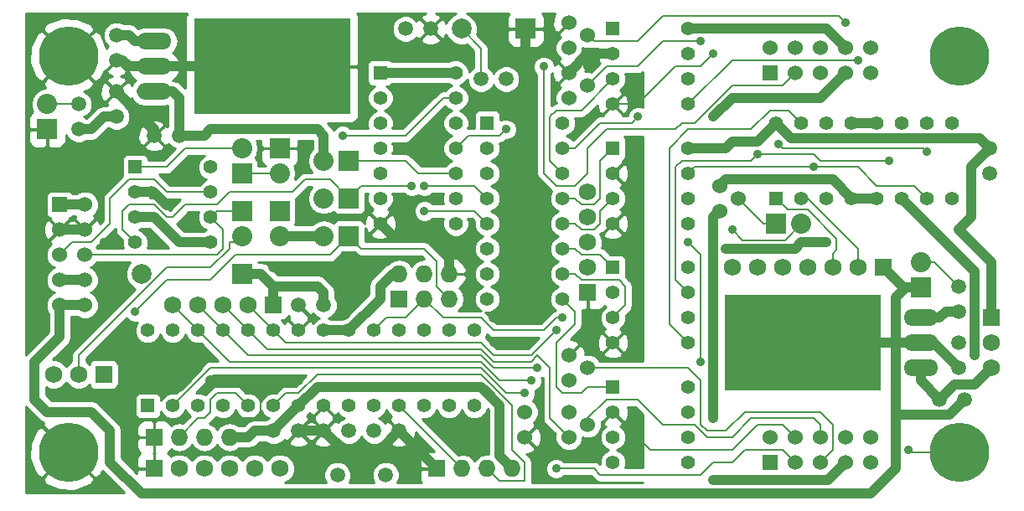
<source format=gbl>
%FSLAX36Y36*%
G04 Gerber Fmt 3.6, Leading zero omitted, Abs format (unit inch)*
G04 Created by KiCad (PCBNEW (2014-jul-16 BZR unknown)-product) date Thu 16 Oct 2014 07:06:32 PM PDT*
%MOIN*%
G01*
G04 APERTURE LIST*
%ADD10C,0.003937*%
%ADD11C,0.059100*%
%ADD12C,0.078700*%
%ADD13R,0.078700X0.078700*%
%ADD14C,0.236220*%
%ADD15R,0.068000X0.068000*%
%ADD16C,0.068000*%
%ADD17R,0.060000X0.060000*%
%ADD18C,0.060000*%
%ADD19O,0.068000X0.068000*%
%ADD20R,0.055000X0.055000*%
%ADD21C,0.055000*%
%ADD22O,0.137800X0.066900*%
%ADD23R,0.620000X0.380000*%
%ADD24R,0.080000X0.080000*%
%ADD25O,0.080000X0.080000*%
%ADD26C,0.035000*%
%ADD27C,0.008000*%
%ADD28C,0.040000*%
%ADD29C,0.010000*%
G04 APERTURE END LIST*
D10*
D11*
X4325000Y-4050000D03*
X4325000Y-4150000D03*
X4175000Y-4425000D03*
X4175000Y-4325000D03*
X4325000Y-4375000D03*
X4325000Y-4275000D03*
X4950000Y-5625000D03*
X5050000Y-5625000D03*
D12*
X4425000Y-5000000D03*
D13*
X4825000Y-5000000D03*
D14*
X4133858Y-4133858D03*
X7677165Y-4133858D03*
X4133858Y-5708661D03*
X7677165Y-5708661D03*
D15*
X7805000Y-5175000D03*
D16*
X7805000Y-5275000D03*
X7805000Y-5375000D03*
D15*
X4275000Y-5400000D03*
D16*
X4175000Y-5400000D03*
X4075000Y-5400000D03*
D17*
X4100000Y-4725000D03*
D18*
X4200000Y-4725000D03*
X4100000Y-4825000D03*
X4200000Y-4825000D03*
X4100000Y-4925000D03*
X4200000Y-4925000D03*
X4100000Y-5025000D03*
X4200000Y-5025000D03*
X4100000Y-5125000D03*
X4200000Y-5125000D03*
D15*
X5600000Y-5775000D03*
D19*
X5700000Y-5775000D03*
X5800000Y-5775000D03*
X5900000Y-5775000D03*
D13*
X5953000Y-4025000D03*
D12*
X5697000Y-4025000D03*
D20*
X6300000Y-4500000D03*
D21*
X6300000Y-4600000D03*
X6300000Y-4700000D03*
X6300000Y-4800000D03*
X6600000Y-4800000D03*
X6600000Y-4700000D03*
X6600000Y-4600000D03*
X6600000Y-4500000D03*
D20*
X6300000Y-4975000D03*
D21*
X6300000Y-5075000D03*
X6300000Y-5175000D03*
X6300000Y-5275000D03*
X6600000Y-5275000D03*
X6600000Y-5175000D03*
X6600000Y-5075000D03*
X6600000Y-4975000D03*
D20*
X6300000Y-5450000D03*
D21*
X6300000Y-5550000D03*
X6300000Y-5650000D03*
X6300000Y-5750000D03*
X6600000Y-5750000D03*
X6600000Y-5650000D03*
X6600000Y-5550000D03*
X6600000Y-5450000D03*
D20*
X5375000Y-4200000D03*
D21*
X5375000Y-4300000D03*
X5375000Y-4400000D03*
X5375000Y-4500000D03*
X5375000Y-4600000D03*
X5375000Y-4700000D03*
X5375000Y-4800000D03*
X5675000Y-4800000D03*
X5675000Y-4700000D03*
X5675000Y-4600000D03*
X5675000Y-4500000D03*
X5675000Y-4400000D03*
X5675000Y-4300000D03*
X5675000Y-4200000D03*
D11*
X5203900Y-5800000D03*
X5396100Y-5800000D03*
D18*
X5950000Y-5550000D03*
X5950000Y-5650000D03*
D11*
X7600000Y-5500000D03*
X7700000Y-5500000D03*
X7675000Y-5150000D03*
X7675000Y-5050000D03*
X7675000Y-5275000D03*
X7675000Y-5375000D03*
X7800000Y-4500000D03*
X7800000Y-4600000D03*
X5250000Y-5625000D03*
X5150000Y-5625000D03*
X5350000Y-5625000D03*
X5450000Y-5625000D03*
X5150000Y-5125000D03*
X5050000Y-5125000D03*
X5475000Y-4025000D03*
X5575000Y-4025000D03*
X5875000Y-4225000D03*
X5775000Y-4225000D03*
D17*
X6925000Y-5750000D03*
D18*
X6925000Y-5650000D03*
X7025000Y-5750000D03*
X7025000Y-5650000D03*
X7125000Y-5750000D03*
X7125000Y-5650000D03*
X7225000Y-5750000D03*
X7225000Y-5650000D03*
X7325000Y-5750000D03*
X7325000Y-5650000D03*
D17*
X6925000Y-4200000D03*
D18*
X6925000Y-4100000D03*
X7025000Y-4200000D03*
X7025000Y-4100000D03*
X7125000Y-4200000D03*
X7125000Y-4100000D03*
X7225000Y-4200000D03*
X7225000Y-4100000D03*
X7325000Y-4200000D03*
X7325000Y-4100000D03*
D15*
X4475000Y-5775000D03*
D16*
X4575000Y-5775000D03*
X4675000Y-5775000D03*
X4775000Y-5775000D03*
X4875000Y-5775000D03*
X4975000Y-5775000D03*
D15*
X5450000Y-5100000D03*
D19*
X5450000Y-5000000D03*
X5550000Y-5100000D03*
X5550000Y-5000000D03*
X5650000Y-5100000D03*
X5650000Y-5000000D03*
D15*
X4475000Y-5650000D03*
D19*
X4575000Y-5650000D03*
X4675000Y-5650000D03*
X4775000Y-5650000D03*
D15*
X7375000Y-4975000D03*
D16*
X7275000Y-4975000D03*
X7175000Y-4975000D03*
X7075000Y-4975000D03*
X6975000Y-4975000D03*
X6875000Y-4975000D03*
X6775000Y-4975000D03*
D15*
X6200000Y-5075000D03*
D16*
X6200000Y-4975000D03*
X6200000Y-4875000D03*
X6200000Y-4775000D03*
X6200000Y-4675000D03*
D20*
X5800000Y-4400000D03*
D21*
X5800000Y-4500000D03*
X5800000Y-4600000D03*
X5800000Y-4700000D03*
X5800000Y-4800000D03*
X5800000Y-4900000D03*
X5800000Y-5000000D03*
X5800000Y-5100000D03*
X6100000Y-5100000D03*
X6100000Y-5000000D03*
X6100000Y-4900000D03*
X6100000Y-4800000D03*
X6100000Y-4700000D03*
X6100000Y-4600000D03*
X6100000Y-4500000D03*
X6100000Y-4400000D03*
D15*
X4950000Y-5125000D03*
D16*
X4850000Y-5125000D03*
X4750000Y-5125000D03*
X4650000Y-5125000D03*
X4550000Y-5125000D03*
D20*
X6300000Y-4025000D03*
D21*
X6300000Y-4125000D03*
X6300000Y-4225000D03*
X6300000Y-4325000D03*
X6600000Y-4325000D03*
X6600000Y-4225000D03*
X6600000Y-4125000D03*
X6600000Y-4025000D03*
D22*
X7525000Y-5275000D03*
X7525000Y-5375000D03*
X7525000Y-5175000D03*
D23*
X7055000Y-5275000D03*
D20*
X6950000Y-4700000D03*
D21*
X7050000Y-4700000D03*
X7150000Y-4700000D03*
X7250000Y-4700000D03*
X7350000Y-4700000D03*
X7450000Y-4700000D03*
X7550000Y-4700000D03*
X7650000Y-4700000D03*
X7650000Y-4400000D03*
X7550000Y-4400000D03*
X7450000Y-4400000D03*
X7350000Y-4400000D03*
X7250000Y-4400000D03*
X7150000Y-4400000D03*
X7050000Y-4400000D03*
X6950000Y-4400000D03*
D22*
X4475000Y-4175000D03*
X4475000Y-4075000D03*
X4475000Y-4275000D03*
D23*
X4945000Y-4175000D03*
D20*
X4400000Y-4575000D03*
D21*
X4400000Y-4675000D03*
X4400000Y-4775000D03*
X4400000Y-4875000D03*
X4700000Y-4875000D03*
X4700000Y-4775000D03*
X4700000Y-4675000D03*
X4700000Y-4575000D03*
X4550000Y-5525000D03*
X4650000Y-5525000D03*
X4750000Y-5525000D03*
X4850000Y-5525000D03*
X4950000Y-5525000D03*
X5050000Y-5525000D03*
X5150000Y-5525000D03*
X5250000Y-5525000D03*
X5350000Y-5525000D03*
X5450000Y-5525000D03*
X5550000Y-5525000D03*
X5650000Y-5525000D03*
X5750000Y-5525000D03*
D20*
X4450000Y-5525000D03*
D21*
X5750000Y-5225000D03*
X5650000Y-5225000D03*
X5550000Y-5225000D03*
X5450000Y-5225000D03*
X5350000Y-5225000D03*
X5250000Y-5225000D03*
X5150000Y-5225000D03*
X5050000Y-5225000D03*
X4950000Y-5225000D03*
X4850000Y-5225000D03*
X4750000Y-5225000D03*
X4650000Y-5225000D03*
X4550000Y-5225000D03*
X4450000Y-5225000D03*
D24*
X5250000Y-4850000D03*
D25*
X5150000Y-4850000D03*
D24*
X5250000Y-4700000D03*
D25*
X5150000Y-4700000D03*
D24*
X5250000Y-4550000D03*
D25*
X5150000Y-4550000D03*
D24*
X4050000Y-4425000D03*
D25*
X4050000Y-4325000D03*
D24*
X4975000Y-4750000D03*
D25*
X4975000Y-4850000D03*
D24*
X4975000Y-4500000D03*
D25*
X4975000Y-4600000D03*
D24*
X4825000Y-4600000D03*
D25*
X4825000Y-4500000D03*
D24*
X4825000Y-4750000D03*
D25*
X4825000Y-4850000D03*
D24*
X6950000Y-4800000D03*
D25*
X7050000Y-4800000D03*
D24*
X7525000Y-5055000D03*
D25*
X7525000Y-4955000D03*
D11*
X4575000Y-4450000D03*
X4475000Y-4450000D03*
D18*
X6125000Y-4000000D03*
X6200000Y-4050000D03*
X6125000Y-4100000D03*
X6125000Y-4200000D03*
X6200000Y-4250000D03*
X6125000Y-4300000D03*
X6125000Y-5550000D03*
X6200000Y-5600000D03*
X6125000Y-5650000D03*
X6125000Y-5325000D03*
X6200000Y-5375000D03*
X6125000Y-5425000D03*
X6725000Y-4650000D03*
X6800000Y-4700000D03*
X6725000Y-4750000D03*
D26*
X4280000Y-4975000D03*
X4950000Y-4975000D03*
X5953000Y-4225000D03*
X5575000Y-4425000D03*
X5575000Y-4275000D03*
X5575000Y-4550000D03*
X4275000Y-4875000D03*
X4325000Y-5250000D03*
X4600000Y-4625000D03*
X4600000Y-4800000D03*
X4475000Y-4875000D03*
X4524042Y-4725958D03*
X4950000Y-5425000D03*
X5050000Y-5425000D03*
X4575000Y-5450000D03*
X4650000Y-5375000D03*
X4699042Y-5424042D03*
X4800000Y-5575000D03*
X4825000Y-5725000D03*
X5212500Y-5687500D03*
X5300000Y-5700000D03*
X5775000Y-5650000D03*
X5825000Y-5275000D03*
X5825000Y-5175000D03*
X5375000Y-4950000D03*
X5275000Y-4950000D03*
X7475000Y-5700000D03*
X6700000Y-4125000D03*
X7675000Y-4825000D03*
X4400000Y-5150000D03*
X6750000Y-4900000D03*
X7150000Y-4875000D03*
X6700000Y-4375000D03*
X6700000Y-5820000D03*
X6700000Y-5575000D03*
X7740000Y-5325000D03*
X6650000Y-4075000D03*
X7225000Y-4000000D03*
X5225000Y-4450000D03*
X5550000Y-4650000D03*
X6100000Y-5175000D03*
X5550000Y-4750000D03*
X6075000Y-5225000D03*
X6000000Y-5375000D03*
X5975000Y-5425000D03*
X6600000Y-4875000D03*
X6775000Y-4825000D03*
X6650000Y-5350000D03*
X7275000Y-4150000D03*
X7100000Y-4575000D03*
X6960000Y-4485000D03*
X7550000Y-4515000D03*
X6875000Y-4525000D03*
X7400000Y-4550000D03*
X5500000Y-4650000D03*
X6400000Y-4375000D03*
X5950000Y-5475000D03*
X5875000Y-4425000D03*
X6025000Y-4175000D03*
X5150000Y-5450000D03*
X6075000Y-5775000D03*
D27*
X7580000Y-4955000D02*
X7675000Y-5050000D01*
X7525000Y-4955000D02*
X7580000Y-4955000D01*
D28*
X5275000Y-4950000D02*
X5250000Y-4975000D01*
X5250000Y-4975000D02*
X4950000Y-4975000D01*
X5575000Y-4550000D02*
X5575000Y-4425000D01*
X4400000Y-4675000D02*
X4473083Y-4675000D01*
X4473083Y-4675000D02*
X4524042Y-4725958D01*
D27*
X4897500Y-5552500D02*
X4900000Y-5550000D01*
X4900000Y-5550000D02*
X4900000Y-5424042D01*
D28*
X4950000Y-5425000D02*
X4949042Y-5424042D01*
X5050000Y-5425000D02*
X4950000Y-5425000D01*
X4650000Y-5375000D02*
X4575000Y-5450000D01*
X4949042Y-5424042D02*
X4900000Y-5424042D01*
X4900000Y-5424042D02*
X4699042Y-5424042D01*
D27*
X4897500Y-5552500D02*
X4875000Y-5575000D01*
X4875000Y-5575000D02*
X4800000Y-5575000D01*
D28*
X5953000Y-4025000D02*
X5953000Y-4225000D01*
X5953000Y-4225000D02*
X5953000Y-5047000D01*
X5953000Y-5047000D02*
X5825000Y-5175000D01*
X5375000Y-4800000D02*
X5425000Y-4850000D01*
X5650000Y-4925000D02*
X5650000Y-5000000D01*
X5575000Y-4850000D02*
X5650000Y-4925000D01*
X5425000Y-4850000D02*
X5575000Y-4850000D01*
X5275000Y-4950000D02*
X5375000Y-4950000D01*
X5150000Y-5625000D02*
X5212500Y-5687500D01*
X5212500Y-5687500D02*
X5225000Y-5700000D01*
X5375000Y-5700000D02*
X5450000Y-5625000D01*
X5225000Y-5700000D02*
X5300000Y-5700000D01*
X5300000Y-5700000D02*
X5375000Y-5700000D01*
X4325000Y-4275000D02*
X4475000Y-4425000D01*
X4475000Y-4425000D02*
X4475000Y-4450000D01*
X6125000Y-4200000D02*
X6200000Y-4125000D01*
X6200000Y-4125000D02*
X6300000Y-4125000D01*
X5450000Y-5625000D02*
X5600000Y-5775000D01*
X5150000Y-5625000D02*
X5050000Y-5625000D01*
X4200000Y-4825000D02*
X4100000Y-4825000D01*
D27*
X7677165Y-5708661D02*
X7633661Y-5708661D01*
X7483661Y-5708661D02*
X7475000Y-5700000D01*
X7677165Y-5708661D02*
X7483661Y-5708661D01*
X6700000Y-4125000D02*
X6650000Y-4175000D01*
X6650000Y-4175000D02*
X6550000Y-4175000D01*
X6550000Y-4175000D02*
X6400000Y-4325000D01*
X6400000Y-4325000D02*
X6300000Y-4325000D01*
X6975000Y-5600000D02*
X6875000Y-5600000D01*
X7025000Y-5650000D02*
X6975000Y-5600000D01*
X6450000Y-5700000D02*
X6300000Y-5550000D01*
X6775000Y-5700000D02*
X6450000Y-5700000D01*
X6875000Y-5600000D02*
X6775000Y-5700000D01*
D28*
X4375000Y-4175000D02*
X4475000Y-4175000D01*
X4350000Y-4150000D02*
X4375000Y-4175000D01*
X4325000Y-4150000D02*
X4350000Y-4150000D01*
X4475000Y-4175000D02*
X5135000Y-4175000D01*
D27*
X4175000Y-5400000D02*
X4175000Y-5325000D01*
X4175000Y-5325000D02*
X4525000Y-4975000D01*
X4825000Y-4875000D02*
X4775000Y-4875000D01*
X4775000Y-4875000D02*
X4775000Y-4900000D01*
X4775000Y-4900000D02*
X4700000Y-4975000D01*
X4700000Y-4975000D02*
X4525000Y-4975000D01*
D28*
X7525000Y-5375000D02*
X7570000Y-5375000D01*
X4200000Y-5025000D02*
X4100000Y-5025000D01*
X7660000Y-5440000D02*
X7740000Y-5440000D01*
X7740000Y-5440000D02*
X7805000Y-5375000D01*
X7600000Y-5500000D02*
X7660000Y-5440000D01*
X7525000Y-5425000D02*
X7525000Y-5375000D01*
X7600000Y-5500000D02*
X7525000Y-5425000D01*
X4100000Y-5125000D02*
X4100000Y-5250000D01*
X4100000Y-5250000D02*
X4000000Y-5350000D01*
X7425000Y-5275000D02*
X7425000Y-5095000D01*
X7465000Y-5055000D02*
X7525000Y-5055000D01*
X7425000Y-5095000D02*
X7465000Y-5055000D01*
X7525000Y-5275000D02*
X7575000Y-5275000D01*
X7575000Y-5275000D02*
X7675000Y-5375000D01*
X7425000Y-5275000D02*
X6865000Y-5275000D01*
X7525000Y-5275000D02*
X7425000Y-5275000D01*
X7425000Y-5560000D02*
X7425000Y-5775000D01*
X7425000Y-5275000D02*
X7425000Y-5560000D01*
X4300000Y-5625000D02*
X4300000Y-5750000D01*
X4050000Y-5550000D02*
X4225000Y-5550000D01*
X4000000Y-5500000D02*
X4050000Y-5550000D01*
X4225000Y-5550000D02*
X4300000Y-5625000D01*
X4000000Y-5350000D02*
X4000000Y-5500000D01*
X4300000Y-5750000D02*
X4425000Y-5875000D01*
X7325000Y-5875000D02*
X7425000Y-5775000D01*
X4200000Y-5125000D02*
X4100000Y-5125000D01*
X7640000Y-5560000D02*
X7425000Y-5560000D01*
X7700000Y-5500000D02*
X7640000Y-5560000D01*
X7455000Y-5055000D02*
X7375000Y-4975000D01*
X7465000Y-5055000D02*
X7455000Y-5055000D01*
X7350000Y-4700000D02*
X7250000Y-4700000D01*
X6725000Y-4650000D02*
X6750000Y-4625000D01*
X7350000Y-4400000D02*
X7250000Y-4400000D01*
X7175000Y-4625000D02*
X6750000Y-4625000D01*
X4425000Y-5875000D02*
X7325000Y-5875000D01*
X7250000Y-4700000D02*
X7175000Y-4625000D01*
X7675000Y-4825000D02*
X7725000Y-4775000D01*
X7525000Y-5175000D02*
X7600000Y-5175000D01*
X7625000Y-5150000D02*
X7675000Y-5150000D01*
X7600000Y-5175000D02*
X7625000Y-5150000D01*
X7150000Y-4025000D02*
X7225000Y-4100000D01*
X6625000Y-4025000D02*
X7150000Y-4025000D01*
X7805000Y-4955000D02*
X7675000Y-4825000D01*
X7805000Y-5175000D02*
X7805000Y-4955000D01*
X6875000Y-4475000D02*
X6775000Y-4475000D01*
X6600000Y-4500000D02*
X6750000Y-4500000D01*
X6750000Y-4500000D02*
X6775000Y-4475000D01*
X6950000Y-4400000D02*
X6875000Y-4475000D01*
X7725000Y-4575000D02*
X7800000Y-4500000D01*
X7725000Y-4775000D02*
X7725000Y-4575000D01*
X7760000Y-4460000D02*
X7010000Y-4460000D01*
X7010000Y-4460000D02*
X6950000Y-4400000D01*
X7800000Y-4500000D02*
X7760000Y-4460000D01*
X4200000Y-4725000D02*
X4100000Y-4725000D01*
X4400000Y-4075000D02*
X4375000Y-4050000D01*
X4375000Y-4050000D02*
X4325000Y-4050000D01*
X4475000Y-4075000D02*
X4400000Y-4075000D01*
D27*
X4050000Y-4325000D02*
X4175000Y-4325000D01*
X5775000Y-4225000D02*
X5775000Y-4103000D01*
X5775000Y-4103000D02*
X5697000Y-4025000D01*
X5250000Y-4850000D02*
X5300000Y-4900000D01*
X5600000Y-5050000D02*
X5650000Y-5100000D01*
X5600000Y-4950000D02*
X5600000Y-5050000D01*
X5550000Y-4900000D02*
X5600000Y-4950000D01*
X5300000Y-4900000D02*
X5550000Y-4900000D01*
X4800000Y-4925000D02*
X5175000Y-4925000D01*
X4800000Y-4925000D02*
X4700000Y-5025000D01*
X4700000Y-5025000D02*
X4525000Y-5025000D01*
X4400000Y-5150000D02*
X4525000Y-5025000D01*
X5175000Y-4925000D02*
X5250000Y-4850000D01*
X4525000Y-4675000D02*
X4475000Y-4625000D01*
X4300000Y-4700000D02*
X4300000Y-4800000D01*
X4375000Y-4625000D02*
X4300000Y-4700000D01*
X4475000Y-4625000D02*
X4375000Y-4625000D01*
X4100000Y-4925000D02*
X4150000Y-4875000D01*
X4150000Y-4875000D02*
X4225000Y-4875000D01*
X4225000Y-4875000D02*
X4300000Y-4800000D01*
X4525000Y-4675000D02*
X4700000Y-4675000D01*
X4700000Y-4775000D02*
X4725000Y-4750000D01*
X4725000Y-4750000D02*
X4825000Y-4750000D01*
X4200000Y-4925000D02*
X4725000Y-4925000D01*
X4750000Y-4825000D02*
X4700000Y-4775000D01*
X4750000Y-4900000D02*
X4750000Y-4825000D01*
X4725000Y-4925000D02*
X4750000Y-4900000D01*
D28*
X7025000Y-4900000D02*
X6750000Y-4900000D01*
X7050000Y-4875000D02*
X7025000Y-4900000D01*
X7150000Y-4875000D02*
X7050000Y-4875000D01*
D27*
X7175000Y-5700000D02*
X7175000Y-5600000D01*
X7175000Y-5600000D02*
X7125000Y-5550000D01*
X7125000Y-5550000D02*
X6825000Y-5550000D01*
X6825000Y-5550000D02*
X6750000Y-5625000D01*
X6750000Y-5625000D02*
X6675000Y-5625000D01*
X7125000Y-5750000D02*
X7175000Y-5700000D01*
X6650000Y-5425000D02*
X6600000Y-5375000D01*
X6600000Y-5375000D02*
X6275000Y-5375000D01*
X6650000Y-5600000D02*
X6650000Y-5425000D01*
X6675000Y-5625000D02*
X6650000Y-5600000D01*
X6200000Y-5375000D02*
X6600000Y-5375000D01*
X7125000Y-5600000D02*
X7100000Y-5575000D01*
X7100000Y-5575000D02*
X6850000Y-5575000D01*
X7125000Y-5650000D02*
X7125000Y-5600000D01*
X6775000Y-5650000D02*
X6675000Y-5650000D01*
X6675000Y-5650000D02*
X6625000Y-5600000D01*
X6625000Y-5600000D02*
X6500000Y-5600000D01*
X6500000Y-5600000D02*
X6400000Y-5500000D01*
X6400000Y-5500000D02*
X6275000Y-5500000D01*
X6850000Y-5575000D02*
X6775000Y-5650000D01*
X6200000Y-5575000D02*
X6275000Y-5500000D01*
X6200000Y-5600000D02*
X6200000Y-5575000D01*
D28*
X7225000Y-5750000D02*
X7155000Y-5820000D01*
X6700000Y-4775000D02*
X6700000Y-5575000D01*
X6725000Y-4750000D02*
X6700000Y-4775000D01*
X7125000Y-4300000D02*
X6775000Y-4300000D01*
X6775000Y-4300000D02*
X6700000Y-4375000D01*
X7225000Y-4200000D02*
X7125000Y-4300000D01*
X7155000Y-5820000D02*
X6700000Y-5820000D01*
X7740000Y-5325000D02*
X7740000Y-4990000D01*
X7740000Y-4990000D02*
X7450000Y-4700000D01*
D27*
X6200000Y-4250000D02*
X6275000Y-4175000D01*
X6500000Y-4075000D02*
X6650000Y-4075000D01*
X6400000Y-4175000D02*
X6500000Y-4075000D01*
X6275000Y-4175000D02*
X6400000Y-4175000D01*
X6525000Y-3975000D02*
X6500000Y-3975000D01*
X6500000Y-3975000D02*
X6400000Y-4075000D01*
X6400000Y-4075000D02*
X6225000Y-4075000D01*
X6225000Y-4075000D02*
X6200000Y-4050000D01*
X6525000Y-3975000D02*
X7200000Y-3975000D01*
X7200000Y-3975000D02*
X7225000Y-4000000D01*
X5675000Y-4300000D02*
X5625000Y-4300000D01*
X5625000Y-4300000D02*
X5475000Y-4450000D01*
X5225000Y-4450000D02*
X5475000Y-4450000D01*
X4975000Y-4600000D02*
X4825000Y-4600000D01*
X5250000Y-4550000D02*
X5475000Y-4550000D01*
X5525000Y-4600000D02*
X5675000Y-4600000D01*
X5475000Y-4550000D02*
X5525000Y-4600000D01*
X5800000Y-4700000D02*
X5750000Y-4650000D01*
X5750000Y-4650000D02*
X5550000Y-4650000D01*
X5775000Y-5175000D02*
X5825000Y-5225000D01*
X6025000Y-5225000D02*
X6075000Y-5175000D01*
X5825000Y-5225000D02*
X6025000Y-5225000D01*
X5625000Y-5175000D02*
X5775000Y-5175000D01*
X6075000Y-5175000D02*
X6100000Y-5175000D01*
X5625000Y-5175000D02*
X5550000Y-5100000D01*
X5350000Y-5225000D02*
X5400000Y-5175000D01*
X5475000Y-5175000D02*
X5550000Y-5100000D01*
X5400000Y-5175000D02*
X5475000Y-5175000D01*
X5800000Y-4800000D02*
X5750000Y-4750000D01*
X5750000Y-4750000D02*
X5550000Y-4750000D01*
X4850000Y-5525000D02*
X4800000Y-5475000D01*
X4650000Y-5575000D02*
X4575000Y-5650000D01*
X4675000Y-5575000D02*
X4650000Y-5575000D01*
X4700000Y-5550000D02*
X4675000Y-5575000D01*
X4700000Y-5500000D02*
X4700000Y-5550000D01*
X4725000Y-5475000D02*
X4700000Y-5500000D01*
X4800000Y-5475000D02*
X4725000Y-5475000D01*
X5450000Y-5525000D02*
X5700000Y-5775000D01*
X4950000Y-5525000D02*
X5000000Y-5475000D01*
X5050000Y-5475000D02*
X5125000Y-5400000D01*
X5000000Y-5475000D02*
X5050000Y-5475000D01*
X5125000Y-5400000D02*
X5775000Y-5400000D01*
X5800000Y-5775000D02*
X5850000Y-5825000D01*
X5850000Y-5825000D02*
X5950000Y-5825000D01*
X5950000Y-5825000D02*
X5950000Y-5750000D01*
X5950000Y-5750000D02*
X5900000Y-5700000D01*
X5900000Y-5700000D02*
X5900000Y-5525000D01*
X5900000Y-5525000D02*
X5775000Y-5400000D01*
X6900000Y-4800000D02*
X6800000Y-4700000D01*
X6950000Y-4800000D02*
X6900000Y-4800000D01*
X6075000Y-5225000D02*
X5975000Y-5325000D01*
X5825000Y-5325000D02*
X5775000Y-5275000D01*
X5975000Y-5325000D02*
X5825000Y-5325000D01*
X5775000Y-5275000D02*
X5000000Y-5275000D01*
X4950000Y-5225000D02*
X5000000Y-5275000D01*
X4850000Y-5125000D02*
X4950000Y-5225000D01*
X6050000Y-5375000D02*
X6000000Y-5325000D01*
X5825000Y-5350000D02*
X5775000Y-5300000D01*
X5975000Y-5350000D02*
X5825000Y-5350000D01*
X6000000Y-5325000D02*
X5975000Y-5350000D01*
X6125000Y-5650000D02*
X6050000Y-5575000D01*
X5775000Y-5300000D02*
X4925000Y-5300000D01*
X6050000Y-5575000D02*
X6050000Y-5375000D01*
X4850000Y-5225000D02*
X4925000Y-5300000D01*
X4750000Y-5125000D02*
X4850000Y-5225000D01*
X6000000Y-5375000D02*
X5825000Y-5375000D01*
X5825000Y-5375000D02*
X5775000Y-5325000D01*
X4850000Y-5325000D02*
X5775000Y-5325000D01*
X4750000Y-5225000D02*
X4850000Y-5325000D01*
X4650000Y-5125000D02*
X4750000Y-5225000D01*
X5975000Y-5425000D02*
X5850000Y-5425000D01*
X5850000Y-5425000D02*
X5775000Y-5350000D01*
X4775000Y-5350000D02*
X4650000Y-5225000D01*
X5775000Y-5350000D02*
X4775000Y-5350000D01*
X4550000Y-5125000D02*
X4650000Y-5225000D01*
X6650000Y-4925000D02*
X6600000Y-4875000D01*
X6650000Y-5350000D02*
X6650000Y-4925000D01*
X6775000Y-4825000D02*
X6816000Y-4866000D01*
X6984000Y-4866000D02*
X7050000Y-4800000D01*
X6816000Y-4866000D02*
X6984000Y-4866000D01*
X7275000Y-4900000D02*
X7275000Y-4975000D01*
X7075000Y-4700000D02*
X7275000Y-4900000D01*
X7050000Y-4700000D02*
X7075000Y-4700000D01*
X7275000Y-4150000D02*
X6775000Y-4150000D01*
X6775000Y-4150000D02*
X6600000Y-4325000D01*
X6995000Y-4745000D02*
X7075000Y-4745000D01*
X7075000Y-4745000D02*
X7190000Y-4860000D01*
X7190000Y-4860000D02*
X7190000Y-4905000D01*
X7190000Y-4905000D02*
X7175000Y-4920000D01*
X7175000Y-4920000D02*
X7175000Y-4975000D01*
X6950000Y-4700000D02*
X6995000Y-4745000D01*
X7100000Y-4575000D02*
X7275000Y-4575000D01*
X6625000Y-4575000D02*
X7100000Y-4575000D01*
X6600000Y-4600000D02*
X6625000Y-4575000D01*
X7500000Y-4650000D02*
X7350000Y-4650000D01*
X7350000Y-4650000D02*
X7275000Y-4575000D01*
X7550000Y-4700000D02*
X7500000Y-4650000D01*
X6960000Y-4485000D02*
X6975000Y-4500000D01*
X6975000Y-4500000D02*
X7535000Y-4500000D01*
X7535000Y-4500000D02*
X7550000Y-4515000D01*
X6550000Y-5025000D02*
X6550000Y-4575000D01*
X6550000Y-4575000D02*
X6575000Y-4550000D01*
X6600000Y-5075000D02*
X6550000Y-5025000D01*
X6875000Y-4525000D02*
X6850000Y-4550000D01*
X6850000Y-4550000D02*
X6575000Y-4550000D01*
X7100000Y-4525000D02*
X6875000Y-4525000D01*
X7400000Y-4550000D02*
X7125000Y-4550000D01*
X7125000Y-4550000D02*
X7100000Y-4525000D01*
X7000000Y-4350000D02*
X7050000Y-4400000D01*
X6525000Y-4500000D02*
X6525000Y-5200000D01*
X6525000Y-5200000D02*
X6600000Y-5275000D01*
X6600000Y-4425000D02*
X6525000Y-4500000D01*
X6925000Y-4350000D02*
X6850000Y-4425000D01*
X6850000Y-4425000D02*
X6600000Y-4425000D01*
X7000000Y-4350000D02*
X6925000Y-4350000D01*
X4825000Y-4500000D02*
X4600000Y-4500000D01*
X4600000Y-4500000D02*
X4525000Y-4575000D01*
X4525000Y-4575000D02*
X4400000Y-4575000D01*
X4600000Y-4725000D02*
X4550000Y-4775000D01*
X4525000Y-4775000D02*
X4475000Y-4725000D01*
X4550000Y-4775000D02*
X4525000Y-4775000D01*
X4350000Y-4825000D02*
X4400000Y-4875000D01*
X4375000Y-4725000D02*
X4350000Y-4750000D01*
X4350000Y-4750000D02*
X4350000Y-4825000D01*
X5250000Y-4700000D02*
X5300000Y-4650000D01*
X5300000Y-4650000D02*
X5500000Y-4650000D01*
X5250000Y-4700000D02*
X5175000Y-4625000D01*
X5025000Y-4675000D02*
X4775000Y-4675000D01*
X5075000Y-4625000D02*
X5025000Y-4675000D01*
X5175000Y-4625000D02*
X5075000Y-4625000D01*
X4725000Y-4725000D02*
X4600000Y-4725000D01*
X4475000Y-4725000D02*
X4375000Y-4725000D01*
X4775000Y-4675000D02*
X4725000Y-4725000D01*
X6100000Y-5100000D02*
X6150000Y-5150000D01*
X6150000Y-5200000D02*
X6075000Y-5275000D01*
X6150000Y-5150000D02*
X6150000Y-5200000D01*
X6075000Y-5275000D02*
X6075000Y-5450000D01*
X6200000Y-5450000D02*
X6300000Y-5450000D01*
X6175000Y-5475000D02*
X6200000Y-5450000D01*
X6100000Y-5475000D02*
X6175000Y-5475000D01*
X6075000Y-5450000D02*
X6100000Y-5475000D01*
X6100000Y-5000000D02*
X6150000Y-5000000D01*
X6150000Y-5000000D02*
X6175000Y-5025000D01*
X6175000Y-5025000D02*
X6325000Y-5025000D01*
X6350000Y-5125000D02*
X6300000Y-5175000D01*
X6350000Y-5050000D02*
X6350000Y-5125000D01*
X6325000Y-5025000D02*
X6350000Y-5050000D01*
X6100000Y-4900000D02*
X6150000Y-4900000D01*
X6150000Y-4900000D02*
X6175000Y-4925000D01*
X6300000Y-4975000D02*
X6250000Y-4925000D01*
X6250000Y-4925000D02*
X6175000Y-4925000D01*
X6100000Y-4800000D02*
X6150000Y-4800000D01*
X6150000Y-4800000D02*
X6175000Y-4825000D01*
X6175000Y-4825000D02*
X6225000Y-4825000D01*
X6250000Y-4750000D02*
X6300000Y-4700000D01*
X6250000Y-4800000D02*
X6250000Y-4750000D01*
X6225000Y-4825000D02*
X6250000Y-4800000D01*
X6100000Y-4700000D02*
X6150000Y-4700000D01*
X6250000Y-4700000D02*
X6250000Y-4550000D01*
X6225000Y-4725000D02*
X6250000Y-4700000D01*
X6175000Y-4725000D02*
X6225000Y-4725000D01*
X6150000Y-4700000D02*
X6175000Y-4725000D01*
X6100000Y-4700000D02*
X6125000Y-4700000D01*
X6250000Y-4550000D02*
X6300000Y-4500000D01*
X6100000Y-4600000D02*
X6050000Y-4550000D01*
X6300000Y-4225000D02*
X6175000Y-4350000D01*
X6050000Y-4375000D02*
X6050000Y-4550000D01*
X6075000Y-4350000D02*
X6050000Y-4375000D01*
X6175000Y-4350000D02*
X6075000Y-4350000D01*
X6400000Y-4375000D02*
X6375000Y-4400000D01*
X6375000Y-4400000D02*
X6250000Y-4400000D01*
X6100000Y-4500000D02*
X6150000Y-4500000D01*
X6150000Y-4500000D02*
X6250000Y-4400000D01*
X5950000Y-5475000D02*
X5875000Y-5475000D01*
X5875000Y-5475000D02*
X5775000Y-5375000D01*
X4550000Y-5525000D02*
X4700000Y-5375000D01*
X4700000Y-5375000D02*
X5775000Y-5375000D01*
X5725000Y-4450000D02*
X5675000Y-4500000D01*
X5875000Y-4425000D02*
X5850000Y-4450000D01*
X5850000Y-4450000D02*
X5725000Y-4450000D01*
D28*
X5250000Y-5225000D02*
X5375000Y-5100000D01*
X5375000Y-5100000D02*
X5375000Y-5050000D01*
X5150000Y-5450000D02*
X5776917Y-5450000D01*
X5776917Y-5450000D02*
X5850000Y-5523083D01*
X5900000Y-5775000D02*
X5850000Y-5725000D01*
X5850000Y-5725000D02*
X5850000Y-5523083D01*
X5850000Y-5523083D02*
X5788458Y-5461542D01*
D27*
X6025000Y-4600000D02*
X6025000Y-4175000D01*
X6225000Y-5775000D02*
X6075000Y-5775000D01*
X6075000Y-4650000D02*
X6025000Y-4600000D01*
D28*
X5150000Y-4850000D02*
X4975000Y-4850000D01*
X4575000Y-4450000D02*
X4675000Y-4450000D01*
X5150000Y-4450000D02*
X5150000Y-4550000D01*
X5125000Y-4425000D02*
X5150000Y-4450000D01*
X4700000Y-4425000D02*
X5125000Y-4425000D01*
X4675000Y-4450000D02*
X4700000Y-4425000D01*
X4825000Y-5000000D02*
X4900000Y-5000000D01*
X4900000Y-5000000D02*
X4950000Y-5050000D01*
X4575000Y-4450000D02*
X4575000Y-4325000D01*
X4575000Y-4325000D02*
X4575000Y-4300000D01*
X4575000Y-4300000D02*
X4550000Y-4275000D01*
X4550000Y-4275000D02*
X4475000Y-4275000D01*
X5150000Y-5450000D02*
X5125000Y-5450000D01*
X5125000Y-5450000D02*
X5050000Y-5525000D01*
D27*
X6225000Y-5775000D02*
X6250000Y-5800000D01*
X6975000Y-5700000D02*
X7025000Y-5750000D01*
X6650000Y-5800000D02*
X6250000Y-5800000D01*
X6700000Y-5750000D02*
X6650000Y-5800000D01*
X6775000Y-5750000D02*
X6700000Y-5750000D01*
X6825000Y-5700000D02*
X6775000Y-5750000D01*
X6975000Y-5700000D02*
X6825000Y-5700000D01*
D28*
X5150000Y-5125000D02*
X5150000Y-5075000D01*
X5125000Y-5050000D02*
X4950000Y-5050000D01*
X5150000Y-5075000D02*
X5125000Y-5050000D01*
X4950000Y-5050000D02*
X4950000Y-5125000D01*
X4700000Y-4875000D02*
X4575000Y-4875000D01*
X4475000Y-4775000D02*
X4400000Y-4775000D01*
X4575000Y-4875000D02*
X4475000Y-4775000D01*
D27*
X6625000Y-4400000D02*
X6575000Y-4400000D01*
X6975000Y-4250000D02*
X6775000Y-4250000D01*
X6775000Y-4250000D02*
X6625000Y-4400000D01*
X7025000Y-4200000D02*
X6975000Y-4250000D01*
X6150000Y-4650000D02*
X6075000Y-4650000D01*
X6200000Y-4600000D02*
X6150000Y-4650000D01*
X6200000Y-4500000D02*
X6200000Y-4600000D01*
X6275000Y-4425000D02*
X6200000Y-4500000D01*
X6550000Y-4425000D02*
X6275000Y-4425000D01*
X6575000Y-4400000D02*
X6550000Y-4425000D01*
D28*
X5375000Y-4200000D02*
X5675000Y-4200000D01*
X5450000Y-5000000D02*
X5425000Y-5000000D01*
X5425000Y-5000000D02*
X5375000Y-5050000D01*
X4775000Y-5650000D02*
X4850000Y-5650000D01*
X4875000Y-5625000D02*
X4950000Y-5625000D01*
X4850000Y-5650000D02*
X4875000Y-5625000D01*
X4950000Y-5625000D02*
X5050000Y-5525000D01*
X5150000Y-5225000D02*
X5250000Y-5225000D01*
X4475000Y-4275000D02*
X4425000Y-4275000D01*
X4225000Y-4425000D02*
X4275000Y-4375000D01*
X4275000Y-4375000D02*
X4325000Y-4375000D01*
X4175000Y-4425000D02*
X4225000Y-4425000D01*
D29*
G36*
X4351872Y-4896000D02*
X4247528Y-4896000D01*
X4246792Y-4894220D01*
X4320506Y-4820506D01*
X4321000Y-4819767D01*
X4321000Y-4825000D01*
X4323207Y-4836098D01*
X4329494Y-4845506D01*
X4347800Y-4863812D01*
X4347509Y-4864511D01*
X4347491Y-4885397D01*
X4351872Y-4896000D01*
X4351872Y-4896000D01*
G37*
X4351872Y-4896000D02*
X4247528Y-4896000D01*
X4246792Y-4894220D01*
X4320506Y-4820506D01*
X4321000Y-4819767D01*
X4321000Y-4825000D01*
X4323207Y-4836098D01*
X4329494Y-4845506D01*
X4347800Y-4863812D01*
X4347509Y-4864511D01*
X4347491Y-4885397D01*
X4351872Y-4896000D01*
G36*
X4356360Y-5870000D02*
X4237348Y-5870000D01*
X4237348Y-5813565D01*
X4133858Y-5710076D01*
X4132444Y-5711490D01*
X4132444Y-5708661D01*
X4028954Y-5605172D01*
X4006978Y-5617713D01*
X3981831Y-5673191D01*
X3979830Y-5734070D01*
X4001278Y-5791080D01*
X4006978Y-5799610D01*
X4028954Y-5812151D01*
X4132444Y-5708661D01*
X4132444Y-5711490D01*
X4030369Y-5813565D01*
X4042910Y-5835542D01*
X4098388Y-5860688D01*
X4159266Y-5862690D01*
X4216276Y-5841242D01*
X4224806Y-5835542D01*
X4237348Y-5813565D01*
X4237348Y-5870000D01*
X3963976Y-5870000D01*
X3963976Y-5525528D01*
X3968180Y-5531820D01*
X4018180Y-5581820D01*
X4032779Y-5591575D01*
X4036858Y-5592386D01*
X4030369Y-5603758D01*
X4133858Y-5707247D01*
X4134415Y-5706690D01*
X4135829Y-5708105D01*
X4135272Y-5708661D01*
X4238762Y-5812151D01*
X4260739Y-5799610D01*
X4268608Y-5782248D01*
X4356360Y-5870000D01*
X4356360Y-5870000D01*
G37*
X4356360Y-5870000D02*
X4237348Y-5870000D01*
X4237348Y-5813565D01*
X4133858Y-5710076D01*
X4132444Y-5711490D01*
X4132444Y-5708661D01*
X4028954Y-5605172D01*
X4006978Y-5617713D01*
X3981831Y-5673191D01*
X3979830Y-5734070D01*
X4001278Y-5791080D01*
X4006978Y-5799610D01*
X4028954Y-5812151D01*
X4132444Y-5708661D01*
X4132444Y-5711490D01*
X4030369Y-5813565D01*
X4042910Y-5835542D01*
X4098388Y-5860688D01*
X4159266Y-5862690D01*
X4216276Y-5841242D01*
X4224806Y-5835542D01*
X4237348Y-5813565D01*
X4237348Y-5870000D01*
X3963976Y-5870000D01*
X3963976Y-5525528D01*
X3968180Y-5531820D01*
X4018180Y-5581820D01*
X4032779Y-5591575D01*
X4036858Y-5592386D01*
X4030369Y-5603758D01*
X4133858Y-5707247D01*
X4134415Y-5706690D01*
X4135829Y-5708105D01*
X4135272Y-5708661D01*
X4238762Y-5812151D01*
X4260739Y-5799610D01*
X4268608Y-5782248D01*
X4356360Y-5870000D01*
G36*
X4399782Y-5059206D02*
X4154494Y-5304494D01*
X4148207Y-5313902D01*
X4146000Y-5325000D01*
X4146000Y-5348144D01*
X4141623Y-5349953D01*
X4125011Y-5366536D01*
X4124996Y-5366572D01*
X4108464Y-5350011D01*
X4086787Y-5341010D01*
X4072642Y-5340998D01*
X4131820Y-5281820D01*
X4141575Y-5267221D01*
X4145000Y-5250000D01*
X4145000Y-5170000D01*
X4167208Y-5170000D01*
X4168804Y-5171600D01*
X4189012Y-5179990D01*
X4210892Y-5180010D01*
X4231114Y-5171654D01*
X4246600Y-5156196D01*
X4254990Y-5135988D01*
X4255010Y-5114108D01*
X4246654Y-5093886D01*
X4231196Y-5078400D01*
X4223011Y-5075002D01*
X4231114Y-5071654D01*
X4246600Y-5056196D01*
X4254990Y-5035988D01*
X4255010Y-5014108D01*
X4246654Y-4993886D01*
X4231196Y-4978400D01*
X4223011Y-4975002D01*
X4231114Y-4971654D01*
X4246600Y-4956196D01*
X4247511Y-4954000D01*
X4379996Y-4954000D01*
X4370479Y-4963501D01*
X4360661Y-4987144D01*
X4360639Y-5012744D01*
X4370415Y-5036404D01*
X4388501Y-5054521D01*
X4399782Y-5059206D01*
X4399782Y-5059206D01*
G37*
X4399782Y-5059206D02*
X4154494Y-5304494D01*
X4148207Y-5313902D01*
X4146000Y-5325000D01*
X4146000Y-5348144D01*
X4141623Y-5349953D01*
X4125011Y-5366536D01*
X4124996Y-5366572D01*
X4108464Y-5350011D01*
X4086787Y-5341010D01*
X4072642Y-5340998D01*
X4131820Y-5281820D01*
X4141575Y-5267221D01*
X4145000Y-5250000D01*
X4145000Y-5170000D01*
X4167208Y-5170000D01*
X4168804Y-5171600D01*
X4189012Y-5179990D01*
X4210892Y-5180010D01*
X4231114Y-5171654D01*
X4246600Y-5156196D01*
X4254990Y-5135988D01*
X4255010Y-5114108D01*
X4246654Y-5093886D01*
X4231196Y-5078400D01*
X4223011Y-5075002D01*
X4231114Y-5071654D01*
X4246600Y-5056196D01*
X4254990Y-5035988D01*
X4255010Y-5014108D01*
X4246654Y-4993886D01*
X4231196Y-4978400D01*
X4223011Y-4975002D01*
X4231114Y-4971654D01*
X4246600Y-4956196D01*
X4247511Y-4954000D01*
X4379996Y-4954000D01*
X4370479Y-4963501D01*
X4360661Y-4987144D01*
X4360639Y-5012744D01*
X4370415Y-5036404D01*
X4388501Y-5054521D01*
X4399782Y-5059206D01*
G36*
X4401971Y-4675557D02*
X4400557Y-4676971D01*
X4400000Y-4676414D01*
X4399443Y-4676971D01*
X4398029Y-4675557D01*
X4398586Y-4675000D01*
X4398029Y-4674443D01*
X4399443Y-4673029D01*
X4400000Y-4673586D01*
X4400557Y-4673029D01*
X4401971Y-4674443D01*
X4401414Y-4675000D01*
X4401971Y-4675557D01*
X4401971Y-4675557D01*
G37*
X4401971Y-4675557D02*
X4400557Y-4676971D01*
X4400000Y-4676414D01*
X4399443Y-4676971D01*
X4398029Y-4675557D01*
X4398586Y-4675000D01*
X4398029Y-4674443D01*
X4399443Y-4673029D01*
X4400000Y-4673586D01*
X4400557Y-4673029D01*
X4401971Y-4674443D01*
X4401414Y-4675000D01*
X4401971Y-4675557D01*
G36*
X4532360Y-4896000D02*
X4448126Y-4896000D01*
X4452491Y-4885489D01*
X4452509Y-4864603D01*
X4444533Y-4845300D01*
X4429778Y-4830519D01*
X4416478Y-4824996D01*
X4428571Y-4820000D01*
X4456360Y-4820000D01*
X4532360Y-4896000D01*
X4532360Y-4896000D01*
G37*
X4532360Y-4896000D02*
X4448126Y-4896000D01*
X4452491Y-4885489D01*
X4452509Y-4864603D01*
X4444533Y-4845300D01*
X4429778Y-4830519D01*
X4416478Y-4824996D01*
X4428571Y-4820000D01*
X4456360Y-4820000D01*
X4532360Y-4896000D01*
G36*
X4580233Y-4704000D02*
X4579494Y-4704494D01*
X4537988Y-4746000D01*
X4537012Y-4746000D01*
X4495506Y-4704494D01*
X4486098Y-4698207D01*
X4475000Y-4696000D01*
X4459051Y-4696000D01*
X4462190Y-4688902D01*
X4462776Y-4664045D01*
X4458890Y-4654000D01*
X4462988Y-4654000D01*
X4504494Y-4695506D01*
X4513902Y-4701793D01*
X4525000Y-4704000D01*
X4580233Y-4704000D01*
X4580233Y-4704000D01*
G37*
X4580233Y-4704000D02*
X4579494Y-4704494D01*
X4537988Y-4746000D01*
X4537012Y-4746000D01*
X4495506Y-4704494D01*
X4486098Y-4698207D01*
X4475000Y-4696000D01*
X4459051Y-4696000D01*
X4462190Y-4688902D01*
X4462776Y-4664045D01*
X4458890Y-4654000D01*
X4462988Y-4654000D01*
X4504494Y-4695506D01*
X4513902Y-4701793D01*
X4525000Y-4704000D01*
X4580233Y-4704000D01*
G36*
X4683521Y-4625004D02*
X4670300Y-4630467D01*
X4655519Y-4645222D01*
X4655196Y-4646000D01*
X4537012Y-4646000D01*
X4495506Y-4604494D01*
X4494767Y-4604000D01*
X4525000Y-4604000D01*
X4536098Y-4601793D01*
X4545506Y-4595506D01*
X4612012Y-4529000D01*
X4673850Y-4529000D01*
X4670300Y-4530467D01*
X4655519Y-4545222D01*
X4647509Y-4564511D01*
X4647491Y-4585397D01*
X4655467Y-4604700D01*
X4670222Y-4619481D01*
X4683521Y-4625004D01*
X4683521Y-4625004D01*
G37*
X4683521Y-4625004D02*
X4670300Y-4630467D01*
X4655519Y-4645222D01*
X4655196Y-4646000D01*
X4537012Y-4646000D01*
X4495506Y-4604494D01*
X4494767Y-4604000D01*
X4525000Y-4604000D01*
X4536098Y-4601793D01*
X4545506Y-4595506D01*
X4612012Y-4529000D01*
X4673850Y-4529000D01*
X4670300Y-4530467D01*
X4655519Y-4545222D01*
X4647509Y-4564511D01*
X4647491Y-4585397D01*
X4655467Y-4604700D01*
X4670222Y-4619481D01*
X4683521Y-4625004D01*
G36*
X4683521Y-4825004D02*
X4671429Y-4830000D01*
X4593640Y-4830000D01*
X4563696Y-4800056D01*
X4570506Y-4795506D01*
X4612012Y-4754000D01*
X4651874Y-4754000D01*
X4647509Y-4764511D01*
X4647491Y-4785397D01*
X4655467Y-4804700D01*
X4670222Y-4819481D01*
X4683521Y-4825004D01*
X4683521Y-4825004D01*
G37*
X4683521Y-4825004D02*
X4671429Y-4830000D01*
X4593640Y-4830000D01*
X4563696Y-4800056D01*
X4570506Y-4795506D01*
X4612012Y-4754000D01*
X4651874Y-4754000D01*
X4647509Y-4764511D01*
X4647491Y-4785397D01*
X4655467Y-4804700D01*
X4670222Y-4819481D01*
X4683521Y-4825004D01*
G36*
X4729988Y-5346000D02*
X4700000Y-5346000D01*
X4688902Y-5348207D01*
X4679494Y-5354494D01*
X4561188Y-5472800D01*
X4560489Y-5472509D01*
X4539603Y-5472491D01*
X4520300Y-5480467D01*
X4505519Y-5495222D01*
X4502500Y-5502492D01*
X4502500Y-5492527D01*
X4498694Y-5483339D01*
X4491661Y-5476306D01*
X4482473Y-5472500D01*
X4472527Y-5472500D01*
X4417527Y-5472500D01*
X4408339Y-5476306D01*
X4401306Y-5483339D01*
X4397500Y-5492527D01*
X4397500Y-5502473D01*
X4397500Y-5557473D01*
X4401306Y-5566661D01*
X4408339Y-5573694D01*
X4417527Y-5577500D01*
X4427473Y-5577500D01*
X4482473Y-5577500D01*
X4491661Y-5573694D01*
X4498694Y-5566661D01*
X4502500Y-5557473D01*
X4502500Y-5547527D01*
X4502500Y-5547520D01*
X4505467Y-5554700D01*
X4520222Y-5569481D01*
X4539511Y-5577491D01*
X4560397Y-5577509D01*
X4579700Y-5569533D01*
X4594481Y-5554778D01*
X4600004Y-5541478D01*
X4605467Y-5554700D01*
X4617367Y-5566621D01*
X4590195Y-5593793D01*
X4576156Y-5591000D01*
X4573844Y-5591000D01*
X4551266Y-5595491D01*
X4541180Y-5602230D01*
X4538672Y-5596174D01*
X4528826Y-5586328D01*
X4515962Y-5581000D01*
X4484750Y-5581000D01*
X4476000Y-5589750D01*
X4476000Y-5649000D01*
X4476787Y-5649000D01*
X4476787Y-5651000D01*
X4476000Y-5651000D01*
X4476000Y-5710250D01*
X4478250Y-5712500D01*
X4476000Y-5714750D01*
X4476000Y-5774000D01*
X4476787Y-5774000D01*
X4476787Y-5776000D01*
X4476000Y-5776000D01*
X4476000Y-5776787D01*
X4474000Y-5776787D01*
X4474000Y-5776000D01*
X4474000Y-5774000D01*
X4474000Y-5714750D01*
X4471750Y-5712500D01*
X4474000Y-5710250D01*
X4474000Y-5651000D01*
X4474000Y-5649000D01*
X4474000Y-5589750D01*
X4465250Y-5581000D01*
X4434038Y-5581000D01*
X4421174Y-5586328D01*
X4411328Y-5596174D01*
X4406000Y-5609038D01*
X4406000Y-5622962D01*
X4406000Y-5640250D01*
X4414750Y-5649000D01*
X4474000Y-5649000D01*
X4474000Y-5651000D01*
X4414750Y-5651000D01*
X4406000Y-5659750D01*
X4406000Y-5677038D01*
X4406000Y-5690962D01*
X4411328Y-5703826D01*
X4420003Y-5712500D01*
X4411328Y-5721174D01*
X4406000Y-5734038D01*
X4406000Y-5747962D01*
X4406000Y-5765250D01*
X4414750Y-5774000D01*
X4474000Y-5774000D01*
X4474000Y-5776000D01*
X4414750Y-5776000D01*
X4406000Y-5784750D01*
X4406000Y-5792360D01*
X4345000Y-5731360D01*
X4345000Y-5625000D01*
X4341575Y-5607779D01*
X4331820Y-5593180D01*
X4256820Y-5518180D01*
X4242221Y-5508425D01*
X4225000Y-5505000D01*
X4068640Y-5505000D01*
X4045000Y-5481360D01*
X4045000Y-5451427D01*
X4063213Y-5458990D01*
X4086684Y-5459010D01*
X4108377Y-5450047D01*
X4124989Y-5433464D01*
X4125004Y-5433428D01*
X4141536Y-5449989D01*
X4163213Y-5458990D01*
X4186684Y-5459010D01*
X4208377Y-5450047D01*
X4217015Y-5441424D01*
X4219806Y-5448161D01*
X4226839Y-5455194D01*
X4236027Y-5459000D01*
X4245973Y-5459000D01*
X4313973Y-5459000D01*
X4323161Y-5455194D01*
X4330194Y-5448161D01*
X4334000Y-5438973D01*
X4334000Y-5429027D01*
X4334000Y-5361027D01*
X4330194Y-5351839D01*
X4323161Y-5344806D01*
X4313973Y-5341000D01*
X4304027Y-5341000D01*
X4236027Y-5341000D01*
X4226839Y-5344806D01*
X4219806Y-5351839D01*
X4217015Y-5358577D01*
X4208464Y-5350011D01*
X4204000Y-5348158D01*
X4204000Y-5337012D01*
X4365458Y-5175554D01*
X4375894Y-5186009D01*
X4391509Y-5192493D01*
X4408238Y-5192507D01*
X4405519Y-5195222D01*
X4397509Y-5214511D01*
X4397491Y-5235397D01*
X4405467Y-5254700D01*
X4420222Y-5269481D01*
X4439511Y-5277491D01*
X4460397Y-5277509D01*
X4479700Y-5269533D01*
X4494481Y-5254778D01*
X4500004Y-5241478D01*
X4505467Y-5254700D01*
X4520222Y-5269481D01*
X4539511Y-5277491D01*
X4560397Y-5277509D01*
X4579700Y-5269533D01*
X4594481Y-5254778D01*
X4600004Y-5241478D01*
X4605467Y-5254700D01*
X4620222Y-5269481D01*
X4639511Y-5277491D01*
X4660397Y-5277509D01*
X4661175Y-5277188D01*
X4729988Y-5346000D01*
X4729988Y-5346000D01*
G37*
X4729988Y-5346000D02*
X4700000Y-5346000D01*
X4688902Y-5348207D01*
X4679494Y-5354494D01*
X4561188Y-5472800D01*
X4560489Y-5472509D01*
X4539603Y-5472491D01*
X4520300Y-5480467D01*
X4505519Y-5495222D01*
X4502500Y-5502492D01*
X4502500Y-5492527D01*
X4498694Y-5483339D01*
X4491661Y-5476306D01*
X4482473Y-5472500D01*
X4472527Y-5472500D01*
X4417527Y-5472500D01*
X4408339Y-5476306D01*
X4401306Y-5483339D01*
X4397500Y-5492527D01*
X4397500Y-5502473D01*
X4397500Y-5557473D01*
X4401306Y-5566661D01*
X4408339Y-5573694D01*
X4417527Y-5577500D01*
X4427473Y-5577500D01*
X4482473Y-5577500D01*
X4491661Y-5573694D01*
X4498694Y-5566661D01*
X4502500Y-5557473D01*
X4502500Y-5547527D01*
X4502500Y-5547520D01*
X4505467Y-5554700D01*
X4520222Y-5569481D01*
X4539511Y-5577491D01*
X4560397Y-5577509D01*
X4579700Y-5569533D01*
X4594481Y-5554778D01*
X4600004Y-5541478D01*
X4605467Y-5554700D01*
X4617367Y-5566621D01*
X4590195Y-5593793D01*
X4576156Y-5591000D01*
X4573844Y-5591000D01*
X4551266Y-5595491D01*
X4541180Y-5602230D01*
X4538672Y-5596174D01*
X4528826Y-5586328D01*
X4515962Y-5581000D01*
X4484750Y-5581000D01*
X4476000Y-5589750D01*
X4476000Y-5649000D01*
X4476787Y-5649000D01*
X4476787Y-5651000D01*
X4476000Y-5651000D01*
X4476000Y-5710250D01*
X4478250Y-5712500D01*
X4476000Y-5714750D01*
X4476000Y-5774000D01*
X4476787Y-5774000D01*
X4476787Y-5776000D01*
X4476000Y-5776000D01*
X4476000Y-5776787D01*
X4474000Y-5776787D01*
X4474000Y-5776000D01*
X4474000Y-5774000D01*
X4474000Y-5714750D01*
X4471750Y-5712500D01*
X4474000Y-5710250D01*
X4474000Y-5651000D01*
X4474000Y-5649000D01*
X4474000Y-5589750D01*
X4465250Y-5581000D01*
X4434038Y-5581000D01*
X4421174Y-5586328D01*
X4411328Y-5596174D01*
X4406000Y-5609038D01*
X4406000Y-5622962D01*
X4406000Y-5640250D01*
X4414750Y-5649000D01*
X4474000Y-5649000D01*
X4474000Y-5651000D01*
X4414750Y-5651000D01*
X4406000Y-5659750D01*
X4406000Y-5677038D01*
X4406000Y-5690962D01*
X4411328Y-5703826D01*
X4420003Y-5712500D01*
X4411328Y-5721174D01*
X4406000Y-5734038D01*
X4406000Y-5747962D01*
X4406000Y-5765250D01*
X4414750Y-5774000D01*
X4474000Y-5774000D01*
X4474000Y-5776000D01*
X4414750Y-5776000D01*
X4406000Y-5784750D01*
X4406000Y-5792360D01*
X4345000Y-5731360D01*
X4345000Y-5625000D01*
X4341575Y-5607779D01*
X4331820Y-5593180D01*
X4256820Y-5518180D01*
X4242221Y-5508425D01*
X4225000Y-5505000D01*
X4068640Y-5505000D01*
X4045000Y-5481360D01*
X4045000Y-5451427D01*
X4063213Y-5458990D01*
X4086684Y-5459010D01*
X4108377Y-5450047D01*
X4124989Y-5433464D01*
X4125004Y-5433428D01*
X4141536Y-5449989D01*
X4163213Y-5458990D01*
X4186684Y-5459010D01*
X4208377Y-5450047D01*
X4217015Y-5441424D01*
X4219806Y-5448161D01*
X4226839Y-5455194D01*
X4236027Y-5459000D01*
X4245973Y-5459000D01*
X4313973Y-5459000D01*
X4323161Y-5455194D01*
X4330194Y-5448161D01*
X4334000Y-5438973D01*
X4334000Y-5429027D01*
X4334000Y-5361027D01*
X4330194Y-5351839D01*
X4323161Y-5344806D01*
X4313973Y-5341000D01*
X4304027Y-5341000D01*
X4236027Y-5341000D01*
X4226839Y-5344806D01*
X4219806Y-5351839D01*
X4217015Y-5358577D01*
X4208464Y-5350011D01*
X4204000Y-5348158D01*
X4204000Y-5337012D01*
X4365458Y-5175554D01*
X4375894Y-5186009D01*
X4391509Y-5192493D01*
X4408238Y-5192507D01*
X4405519Y-5195222D01*
X4397509Y-5214511D01*
X4397491Y-5235397D01*
X4405467Y-5254700D01*
X4420222Y-5269481D01*
X4439511Y-5277491D01*
X4460397Y-5277509D01*
X4479700Y-5269533D01*
X4494481Y-5254778D01*
X4500004Y-5241478D01*
X4505467Y-5254700D01*
X4520222Y-5269481D01*
X4539511Y-5277491D01*
X4560397Y-5277509D01*
X4579700Y-5269533D01*
X4594481Y-5254778D01*
X4600004Y-5241478D01*
X4605467Y-5254700D01*
X4620222Y-5269481D01*
X4639511Y-5277491D01*
X4660397Y-5277509D01*
X4661175Y-5277188D01*
X4729988Y-5346000D01*
G36*
X4930844Y-5573892D02*
X4919140Y-5578728D01*
X4917866Y-5580000D01*
X4875000Y-5580000D01*
X4857779Y-5583425D01*
X4843180Y-5593180D01*
X4831360Y-5605000D01*
X4812965Y-5605000D01*
X4798734Y-5595491D01*
X4776156Y-5591000D01*
X4773844Y-5591000D01*
X4751266Y-5595491D01*
X4732125Y-5608281D01*
X4725000Y-5618944D01*
X4717875Y-5608281D01*
X4698734Y-5595491D01*
X4696054Y-5594958D01*
X4720506Y-5570506D01*
X4720980Y-5569796D01*
X4739511Y-5577491D01*
X4760397Y-5577509D01*
X4779700Y-5569533D01*
X4794481Y-5554778D01*
X4800004Y-5541478D01*
X4805467Y-5554700D01*
X4820222Y-5569481D01*
X4839511Y-5577491D01*
X4860397Y-5577509D01*
X4879700Y-5569533D01*
X4894481Y-5554778D01*
X4900004Y-5541478D01*
X4905467Y-5554700D01*
X4920222Y-5569481D01*
X4930844Y-5573892D01*
X4930844Y-5573892D01*
G37*
X4930844Y-5573892D02*
X4919140Y-5578728D01*
X4917866Y-5580000D01*
X4875000Y-5580000D01*
X4857779Y-5583425D01*
X4843180Y-5593180D01*
X4831360Y-5605000D01*
X4812965Y-5605000D01*
X4798734Y-5595491D01*
X4776156Y-5591000D01*
X4773844Y-5591000D01*
X4751266Y-5595491D01*
X4732125Y-5608281D01*
X4725000Y-5618944D01*
X4717875Y-5608281D01*
X4698734Y-5595491D01*
X4696054Y-5594958D01*
X4720506Y-5570506D01*
X4720980Y-5569796D01*
X4739511Y-5577491D01*
X4760397Y-5577509D01*
X4779700Y-5569533D01*
X4794481Y-5554778D01*
X4800004Y-5541478D01*
X4805467Y-5554700D01*
X4820222Y-5569481D01*
X4839511Y-5577491D01*
X4860397Y-5577509D01*
X4879700Y-5569533D01*
X4894481Y-5554778D01*
X4900004Y-5541478D01*
X4905467Y-5554700D01*
X4920222Y-5569481D01*
X4930844Y-5573892D01*
G36*
X5079988Y-5404000D02*
X5037988Y-5446000D01*
X5000000Y-5446000D01*
X4988902Y-5448207D01*
X4979494Y-5454494D01*
X4961188Y-5472800D01*
X4960489Y-5472509D01*
X4939603Y-5472491D01*
X4920300Y-5480467D01*
X4905519Y-5495222D01*
X4899996Y-5508521D01*
X4894533Y-5495300D01*
X4879778Y-5480519D01*
X4860489Y-5472509D01*
X4839603Y-5472491D01*
X4838825Y-5472812D01*
X4820506Y-5454494D01*
X4811098Y-5448207D01*
X4800000Y-5446000D01*
X4725000Y-5446000D01*
X4713902Y-5448207D01*
X4704494Y-5454494D01*
X4679494Y-5479494D01*
X4679020Y-5480204D01*
X4660489Y-5472509D01*
X4643518Y-5472494D01*
X4712012Y-5404000D01*
X5079988Y-5404000D01*
X5079988Y-5404000D01*
G37*
X5079988Y-5404000D02*
X5037988Y-5446000D01*
X5000000Y-5446000D01*
X4988902Y-5448207D01*
X4979494Y-5454494D01*
X4961188Y-5472800D01*
X4960489Y-5472509D01*
X4939603Y-5472491D01*
X4920300Y-5480467D01*
X4905519Y-5495222D01*
X4899996Y-5508521D01*
X4894533Y-5495300D01*
X4879778Y-5480519D01*
X4860489Y-5472509D01*
X4839603Y-5472491D01*
X4838825Y-5472812D01*
X4820506Y-5454494D01*
X4811098Y-5448207D01*
X4800000Y-5446000D01*
X4725000Y-5446000D01*
X4713902Y-5448207D01*
X4704494Y-5454494D01*
X4679494Y-5479494D01*
X4679020Y-5480204D01*
X4660489Y-5472509D01*
X4643518Y-5472494D01*
X4712012Y-5404000D01*
X5079988Y-5404000D01*
G36*
X5105000Y-4502544D02*
X5102765Y-4504038D01*
X5088674Y-4525126D01*
X5083727Y-4550000D01*
X5088674Y-4574874D01*
X5102765Y-4595962D01*
X5102822Y-4596000D01*
X5075000Y-4596000D01*
X5063902Y-4598207D01*
X5054494Y-4604494D01*
X5035601Y-4623386D01*
X5040000Y-4601273D01*
X5040000Y-4598727D01*
X5035052Y-4573852D01*
X5032815Y-4570504D01*
X5034826Y-4569672D01*
X5044672Y-4559826D01*
X5050000Y-4546962D01*
X5050000Y-4509750D01*
X5041250Y-4501000D01*
X4976000Y-4501000D01*
X4976000Y-4501787D01*
X4974000Y-4501787D01*
X4974000Y-4501000D01*
X4908750Y-4501000D01*
X4900000Y-4509750D01*
X4900000Y-4546962D01*
X4905328Y-4559826D01*
X4915174Y-4569672D01*
X4917185Y-4570504D01*
X4916854Y-4571000D01*
X4890000Y-4571000D01*
X4890000Y-4555027D01*
X4886194Y-4545839D01*
X4879161Y-4538806D01*
X4877151Y-4537973D01*
X4885052Y-4526148D01*
X4890000Y-4501273D01*
X4890000Y-4498727D01*
X4885052Y-4473852D01*
X4882478Y-4470000D01*
X4900000Y-4470000D01*
X4900000Y-4490250D01*
X4908750Y-4499000D01*
X4974000Y-4499000D01*
X4974000Y-4498213D01*
X4976000Y-4498213D01*
X4976000Y-4499000D01*
X5041250Y-4499000D01*
X5050000Y-4490250D01*
X5050000Y-4470000D01*
X5105000Y-4470000D01*
X5105000Y-4502544D01*
X5105000Y-4502544D01*
G37*
X5105000Y-4502544D02*
X5102765Y-4504038D01*
X5088674Y-4525126D01*
X5083727Y-4550000D01*
X5088674Y-4574874D01*
X5102765Y-4595962D01*
X5102822Y-4596000D01*
X5075000Y-4596000D01*
X5063902Y-4598207D01*
X5054494Y-4604494D01*
X5035601Y-4623386D01*
X5040000Y-4601273D01*
X5040000Y-4598727D01*
X5035052Y-4573852D01*
X5032815Y-4570504D01*
X5034826Y-4569672D01*
X5044672Y-4559826D01*
X5050000Y-4546962D01*
X5050000Y-4509750D01*
X5041250Y-4501000D01*
X4976000Y-4501000D01*
X4976000Y-4501787D01*
X4974000Y-4501787D01*
X4974000Y-4501000D01*
X4908750Y-4501000D01*
X4900000Y-4509750D01*
X4900000Y-4546962D01*
X4905328Y-4559826D01*
X4915174Y-4569672D01*
X4917185Y-4570504D01*
X4916854Y-4571000D01*
X4890000Y-4571000D01*
X4890000Y-4555027D01*
X4886194Y-4545839D01*
X4879161Y-4538806D01*
X4877151Y-4537973D01*
X4885052Y-4526148D01*
X4890000Y-4501273D01*
X4890000Y-4498727D01*
X4885052Y-4473852D01*
X4882478Y-4470000D01*
X4900000Y-4470000D01*
X4900000Y-4490250D01*
X4908750Y-4499000D01*
X4974000Y-4499000D01*
X4974000Y-4498213D01*
X4976000Y-4498213D01*
X4976000Y-4499000D01*
X5041250Y-4499000D01*
X5050000Y-4490250D01*
X5050000Y-4470000D01*
X5105000Y-4470000D01*
X5105000Y-4502544D01*
G36*
X5130842Y-5176111D02*
X5120300Y-5180467D01*
X5105519Y-5195222D01*
X5105506Y-5195253D01*
X5103805Y-5190855D01*
X5102136Y-5188357D01*
X5089637Y-5186848D01*
X5089573Y-5186841D01*
X5051414Y-5225000D01*
X5051971Y-5225557D01*
X5050557Y-5226971D01*
X5050000Y-5226414D01*
X5049443Y-5226971D01*
X5048029Y-5225557D01*
X5048586Y-5225000D01*
X5010427Y-5186841D01*
X4997864Y-5188357D01*
X4994660Y-5195606D01*
X4994533Y-5195300D01*
X4983253Y-5184000D01*
X4988973Y-5184000D01*
X4998161Y-5180194D01*
X5005194Y-5173161D01*
X5006566Y-5169848D01*
X5010363Y-5166052D01*
X5012129Y-5178827D01*
X5012612Y-5179041D01*
X5011841Y-5185427D01*
X5050000Y-5223586D01*
X5088159Y-5185427D01*
X5087400Y-5179141D01*
X5087871Y-5178827D01*
X5089637Y-5166052D01*
X5050000Y-5126414D01*
X5049443Y-5126971D01*
X5048029Y-5125557D01*
X5048586Y-5125000D01*
X5048029Y-5124443D01*
X5049443Y-5123029D01*
X5050000Y-5123586D01*
X5050557Y-5123029D01*
X5051971Y-5124443D01*
X5051414Y-5125000D01*
X5091052Y-5164637D01*
X5103827Y-5162871D01*
X5105947Y-5158083D01*
X5119060Y-5171218D01*
X5130842Y-5176111D01*
X5130842Y-5176111D01*
G37*
X5130842Y-5176111D02*
X5120300Y-5180467D01*
X5105519Y-5195222D01*
X5105506Y-5195253D01*
X5103805Y-5190855D01*
X5102136Y-5188357D01*
X5089637Y-5186848D01*
X5089573Y-5186841D01*
X5051414Y-5225000D01*
X5051971Y-5225557D01*
X5050557Y-5226971D01*
X5050000Y-5226414D01*
X5049443Y-5226971D01*
X5048029Y-5225557D01*
X5048586Y-5225000D01*
X5010427Y-5186841D01*
X4997864Y-5188357D01*
X4994660Y-5195606D01*
X4994533Y-5195300D01*
X4983253Y-5184000D01*
X4988973Y-5184000D01*
X4998161Y-5180194D01*
X5005194Y-5173161D01*
X5006566Y-5169848D01*
X5010363Y-5166052D01*
X5012129Y-5178827D01*
X5012612Y-5179041D01*
X5011841Y-5185427D01*
X5050000Y-5223586D01*
X5088159Y-5185427D01*
X5087400Y-5179141D01*
X5087871Y-5178827D01*
X5089637Y-5166052D01*
X5050000Y-5126414D01*
X5049443Y-5126971D01*
X5048029Y-5125557D01*
X5048586Y-5125000D01*
X5048029Y-5124443D01*
X5049443Y-5123029D01*
X5050000Y-5123586D01*
X5050557Y-5123029D01*
X5051971Y-5124443D01*
X5051414Y-5125000D01*
X5091052Y-5164637D01*
X5103827Y-5162871D01*
X5105947Y-5158083D01*
X5119060Y-5171218D01*
X5130842Y-5176111D01*
G36*
X5549988Y-4941000D02*
X5548844Y-4941000D01*
X5526266Y-4945491D01*
X5507125Y-4958281D01*
X5500000Y-4968944D01*
X5492875Y-4958281D01*
X5473734Y-4945491D01*
X5451156Y-4941000D01*
X5448844Y-4941000D01*
X5426266Y-4945491D01*
X5407125Y-4958281D01*
X5406422Y-4959332D01*
X5393180Y-4968180D01*
X5343180Y-5018180D01*
X5333425Y-5032779D01*
X5330000Y-5050000D01*
X5330000Y-5081360D01*
X5238353Y-5173007D01*
X5221429Y-5180000D01*
X5178529Y-5180000D01*
X5169156Y-5176108D01*
X5180860Y-5171272D01*
X5196218Y-5155940D01*
X5204541Y-5135898D01*
X5204559Y-5114197D01*
X5196272Y-5094140D01*
X5195000Y-5092866D01*
X5195000Y-5075000D01*
X5191575Y-5057779D01*
X5181820Y-5043180D01*
X5156820Y-5018180D01*
X5142221Y-5008425D01*
X5125000Y-5005000D01*
X4968640Y-5005000D01*
X4931820Y-4968180D01*
X4917221Y-4958425D01*
X4900000Y-4955000D01*
X4889069Y-4955000D01*
X4888655Y-4954000D01*
X5175000Y-4954000D01*
X5186098Y-4951793D01*
X5195506Y-4945506D01*
X5226012Y-4915000D01*
X5273988Y-4915000D01*
X5279494Y-4920506D01*
X5288902Y-4926793D01*
X5300000Y-4929000D01*
X5537988Y-4929000D01*
X5549988Y-4941000D01*
X5549988Y-4941000D01*
G37*
X5549988Y-4941000D02*
X5548844Y-4941000D01*
X5526266Y-4945491D01*
X5507125Y-4958281D01*
X5500000Y-4968944D01*
X5492875Y-4958281D01*
X5473734Y-4945491D01*
X5451156Y-4941000D01*
X5448844Y-4941000D01*
X5426266Y-4945491D01*
X5407125Y-4958281D01*
X5406422Y-4959332D01*
X5393180Y-4968180D01*
X5343180Y-5018180D01*
X5333425Y-5032779D01*
X5330000Y-5050000D01*
X5330000Y-5081360D01*
X5238353Y-5173007D01*
X5221429Y-5180000D01*
X5178529Y-5180000D01*
X5169156Y-5176108D01*
X5180860Y-5171272D01*
X5196218Y-5155940D01*
X5204541Y-5135898D01*
X5204559Y-5114197D01*
X5196272Y-5094140D01*
X5195000Y-5092866D01*
X5195000Y-5075000D01*
X5191575Y-5057779D01*
X5181820Y-5043180D01*
X5156820Y-5018180D01*
X5142221Y-5008425D01*
X5125000Y-5005000D01*
X4968640Y-5005000D01*
X4931820Y-4968180D01*
X4917221Y-4958425D01*
X4900000Y-4955000D01*
X4889069Y-4955000D01*
X4888655Y-4954000D01*
X5175000Y-4954000D01*
X5186098Y-4951793D01*
X5195506Y-4945506D01*
X5226012Y-4915000D01*
X5273988Y-4915000D01*
X5279494Y-4920506D01*
X5288902Y-4926793D01*
X5300000Y-4929000D01*
X5537988Y-4929000D01*
X5549988Y-4941000D01*
G36*
X5601787Y-5776000D02*
X5601000Y-5776000D01*
X5601000Y-5776787D01*
X5599000Y-5776787D01*
X5599000Y-5776000D01*
X5539750Y-5776000D01*
X5531000Y-5784750D01*
X5531000Y-5802038D01*
X5531000Y-5815962D01*
X5536328Y-5828826D01*
X5537503Y-5830000D01*
X5489637Y-5830000D01*
X5489637Y-5666052D01*
X5450000Y-5626414D01*
X5410363Y-5666052D01*
X5412129Y-5678827D01*
X5435610Y-5689222D01*
X5461282Y-5689840D01*
X5485237Y-5680587D01*
X5487871Y-5678827D01*
X5489637Y-5666052D01*
X5489637Y-5830000D01*
X5442709Y-5830000D01*
X5450641Y-5810898D01*
X5450659Y-5789197D01*
X5442372Y-5769140D01*
X5427040Y-5753782D01*
X5406998Y-5745459D01*
X5385297Y-5745441D01*
X5365240Y-5753728D01*
X5349882Y-5769060D01*
X5341559Y-5789102D01*
X5341541Y-5810803D01*
X5349473Y-5830000D01*
X5250509Y-5830000D01*
X5258441Y-5810898D01*
X5258459Y-5789197D01*
X5250172Y-5769140D01*
X5234840Y-5753782D01*
X5214798Y-5745459D01*
X5193097Y-5745441D01*
X5189637Y-5746870D01*
X5189637Y-5666052D01*
X5150000Y-5626414D01*
X5148586Y-5627828D01*
X5148586Y-5625000D01*
X5108948Y-5585363D01*
X5100000Y-5586600D01*
X5091052Y-5585363D01*
X5051414Y-5625000D01*
X5091052Y-5664637D01*
X5100000Y-5663400D01*
X5108948Y-5664637D01*
X5148586Y-5625000D01*
X5148586Y-5627828D01*
X5110363Y-5666052D01*
X5112129Y-5678827D01*
X5135610Y-5689222D01*
X5161282Y-5689840D01*
X5185237Y-5680587D01*
X5187871Y-5678827D01*
X5189637Y-5666052D01*
X5189637Y-5746870D01*
X5173040Y-5753728D01*
X5157682Y-5769060D01*
X5149359Y-5789102D01*
X5149341Y-5810803D01*
X5157273Y-5830000D01*
X5089637Y-5830000D01*
X5089637Y-5666052D01*
X5050000Y-5626414D01*
X5010363Y-5666052D01*
X5012129Y-5678827D01*
X5035610Y-5689222D01*
X5061282Y-5689840D01*
X5085237Y-5680587D01*
X5087871Y-5678827D01*
X5089637Y-5666052D01*
X5089637Y-5830000D01*
X4996390Y-5830000D01*
X5008377Y-5825047D01*
X5024989Y-5808464D01*
X5033990Y-5786787D01*
X5034010Y-5763316D01*
X5025047Y-5741623D01*
X5008464Y-5725011D01*
X4986787Y-5716010D01*
X4963316Y-5715990D01*
X4941623Y-5724953D01*
X4925011Y-5741536D01*
X4924996Y-5741572D01*
X4908464Y-5725011D01*
X4886787Y-5716010D01*
X4863316Y-5715990D01*
X4841623Y-5724953D01*
X4825011Y-5741536D01*
X4824996Y-5741572D01*
X4808464Y-5725011D01*
X4786787Y-5716010D01*
X4763316Y-5715990D01*
X4741623Y-5724953D01*
X4725011Y-5741536D01*
X4724996Y-5741572D01*
X4708464Y-5725011D01*
X4686787Y-5716010D01*
X4663316Y-5715990D01*
X4641623Y-5724953D01*
X4625011Y-5741536D01*
X4624996Y-5741572D01*
X4608464Y-5725011D01*
X4586787Y-5716010D01*
X4563316Y-5715990D01*
X4541623Y-5724953D01*
X4540642Y-5725932D01*
X4538672Y-5721174D01*
X4529997Y-5712500D01*
X4538672Y-5703826D01*
X4541180Y-5697770D01*
X4551266Y-5704509D01*
X4573844Y-5709000D01*
X4576156Y-5709000D01*
X4598734Y-5704509D01*
X4617875Y-5691719D01*
X4625000Y-5681056D01*
X4632125Y-5691719D01*
X4651266Y-5704509D01*
X4673844Y-5709000D01*
X4676156Y-5709000D01*
X4698734Y-5704509D01*
X4717875Y-5691719D01*
X4725000Y-5681056D01*
X4732125Y-5691719D01*
X4751266Y-5704509D01*
X4773844Y-5709000D01*
X4776156Y-5709000D01*
X4798734Y-5704509D01*
X4812965Y-5695000D01*
X4850000Y-5695000D01*
X4867221Y-5691575D01*
X4881820Y-5681820D01*
X4893640Y-5670000D01*
X4917843Y-5670000D01*
X4919060Y-5671218D01*
X4939102Y-5679541D01*
X4960803Y-5679559D01*
X4980860Y-5671272D01*
X4993718Y-5658437D01*
X4994413Y-5660237D01*
X4996173Y-5662871D01*
X5008948Y-5664637D01*
X5048586Y-5625000D01*
X5048029Y-5624443D01*
X5049443Y-5623029D01*
X5050000Y-5623586D01*
X5089637Y-5583948D01*
X5087871Y-5571173D01*
X5081072Y-5568163D01*
X5094481Y-5554778D01*
X5094494Y-5554747D01*
X5096195Y-5559145D01*
X5097864Y-5561643D01*
X5110427Y-5563159D01*
X5148586Y-5525000D01*
X5148029Y-5524443D01*
X5149443Y-5523029D01*
X5150000Y-5523586D01*
X5150557Y-5523029D01*
X5151971Y-5524443D01*
X5151414Y-5525000D01*
X5189573Y-5563159D01*
X5202136Y-5561643D01*
X5205340Y-5554394D01*
X5205467Y-5554700D01*
X5220222Y-5569481D01*
X5230844Y-5573892D01*
X5219140Y-5578728D01*
X5206282Y-5591563D01*
X5205587Y-5589763D01*
X5203827Y-5587129D01*
X5191052Y-5585363D01*
X5189637Y-5586777D01*
X5189637Y-5583948D01*
X5187871Y-5571173D01*
X5187388Y-5570959D01*
X5188159Y-5564573D01*
X5150000Y-5526414D01*
X5111841Y-5564573D01*
X5112599Y-5570859D01*
X5112129Y-5571173D01*
X5110363Y-5583948D01*
X5150000Y-5623586D01*
X5189637Y-5583948D01*
X5189637Y-5586777D01*
X5151414Y-5625000D01*
X5191052Y-5664637D01*
X5203827Y-5662871D01*
X5205947Y-5658083D01*
X5219060Y-5671218D01*
X5239102Y-5679541D01*
X5260803Y-5679559D01*
X5280860Y-5671272D01*
X5296218Y-5655940D01*
X5299999Y-5646835D01*
X5303728Y-5655860D01*
X5319060Y-5671218D01*
X5339102Y-5679541D01*
X5360803Y-5679559D01*
X5380860Y-5671272D01*
X5393718Y-5658437D01*
X5394413Y-5660237D01*
X5396173Y-5662871D01*
X5408948Y-5664637D01*
X5448586Y-5625000D01*
X5408948Y-5585363D01*
X5396173Y-5587129D01*
X5394053Y-5591917D01*
X5380940Y-5578782D01*
X5369158Y-5573889D01*
X5379700Y-5569533D01*
X5394481Y-5554778D01*
X5400004Y-5541478D01*
X5405467Y-5554700D01*
X5418654Y-5567910D01*
X5414763Y-5569413D01*
X5412129Y-5571173D01*
X5410363Y-5583948D01*
X5450000Y-5623586D01*
X5450557Y-5623029D01*
X5451971Y-5624443D01*
X5451414Y-5625000D01*
X5491052Y-5664637D01*
X5503827Y-5662871D01*
X5514222Y-5639390D01*
X5514437Y-5630450D01*
X5589988Y-5706000D01*
X5559038Y-5706000D01*
X5546174Y-5711328D01*
X5536328Y-5721174D01*
X5531000Y-5734038D01*
X5531000Y-5747962D01*
X5531000Y-5765250D01*
X5539750Y-5774000D01*
X5599000Y-5774000D01*
X5599000Y-5773213D01*
X5601000Y-5773213D01*
X5601000Y-5774000D01*
X5601787Y-5774000D01*
X5601787Y-5776000D01*
X5601787Y-5776000D01*
G37*
X5601787Y-5776000D02*
X5601000Y-5776000D01*
X5601000Y-5776787D01*
X5599000Y-5776787D01*
X5599000Y-5776000D01*
X5539750Y-5776000D01*
X5531000Y-5784750D01*
X5531000Y-5802038D01*
X5531000Y-5815962D01*
X5536328Y-5828826D01*
X5537503Y-5830000D01*
X5489637Y-5830000D01*
X5489637Y-5666052D01*
X5450000Y-5626414D01*
X5410363Y-5666052D01*
X5412129Y-5678827D01*
X5435610Y-5689222D01*
X5461282Y-5689840D01*
X5485237Y-5680587D01*
X5487871Y-5678827D01*
X5489637Y-5666052D01*
X5489637Y-5830000D01*
X5442709Y-5830000D01*
X5450641Y-5810898D01*
X5450659Y-5789197D01*
X5442372Y-5769140D01*
X5427040Y-5753782D01*
X5406998Y-5745459D01*
X5385297Y-5745441D01*
X5365240Y-5753728D01*
X5349882Y-5769060D01*
X5341559Y-5789102D01*
X5341541Y-5810803D01*
X5349473Y-5830000D01*
X5250509Y-5830000D01*
X5258441Y-5810898D01*
X5258459Y-5789197D01*
X5250172Y-5769140D01*
X5234840Y-5753782D01*
X5214798Y-5745459D01*
X5193097Y-5745441D01*
X5189637Y-5746870D01*
X5189637Y-5666052D01*
X5150000Y-5626414D01*
X5148586Y-5627828D01*
X5148586Y-5625000D01*
X5108948Y-5585363D01*
X5100000Y-5586600D01*
X5091052Y-5585363D01*
X5051414Y-5625000D01*
X5091052Y-5664637D01*
X5100000Y-5663400D01*
X5108948Y-5664637D01*
X5148586Y-5625000D01*
X5148586Y-5627828D01*
X5110363Y-5666052D01*
X5112129Y-5678827D01*
X5135610Y-5689222D01*
X5161282Y-5689840D01*
X5185237Y-5680587D01*
X5187871Y-5678827D01*
X5189637Y-5666052D01*
X5189637Y-5746870D01*
X5173040Y-5753728D01*
X5157682Y-5769060D01*
X5149359Y-5789102D01*
X5149341Y-5810803D01*
X5157273Y-5830000D01*
X5089637Y-5830000D01*
X5089637Y-5666052D01*
X5050000Y-5626414D01*
X5010363Y-5666052D01*
X5012129Y-5678827D01*
X5035610Y-5689222D01*
X5061282Y-5689840D01*
X5085237Y-5680587D01*
X5087871Y-5678827D01*
X5089637Y-5666052D01*
X5089637Y-5830000D01*
X4996390Y-5830000D01*
X5008377Y-5825047D01*
X5024989Y-5808464D01*
X5033990Y-5786787D01*
X5034010Y-5763316D01*
X5025047Y-5741623D01*
X5008464Y-5725011D01*
X4986787Y-5716010D01*
X4963316Y-5715990D01*
X4941623Y-5724953D01*
X4925011Y-5741536D01*
X4924996Y-5741572D01*
X4908464Y-5725011D01*
X4886787Y-5716010D01*
X4863316Y-5715990D01*
X4841623Y-5724953D01*
X4825011Y-5741536D01*
X4824996Y-5741572D01*
X4808464Y-5725011D01*
X4786787Y-5716010D01*
X4763316Y-5715990D01*
X4741623Y-5724953D01*
X4725011Y-5741536D01*
X4724996Y-5741572D01*
X4708464Y-5725011D01*
X4686787Y-5716010D01*
X4663316Y-5715990D01*
X4641623Y-5724953D01*
X4625011Y-5741536D01*
X4624996Y-5741572D01*
X4608464Y-5725011D01*
X4586787Y-5716010D01*
X4563316Y-5715990D01*
X4541623Y-5724953D01*
X4540642Y-5725932D01*
X4538672Y-5721174D01*
X4529997Y-5712500D01*
X4538672Y-5703826D01*
X4541180Y-5697770D01*
X4551266Y-5704509D01*
X4573844Y-5709000D01*
X4576156Y-5709000D01*
X4598734Y-5704509D01*
X4617875Y-5691719D01*
X4625000Y-5681056D01*
X4632125Y-5691719D01*
X4651266Y-5704509D01*
X4673844Y-5709000D01*
X4676156Y-5709000D01*
X4698734Y-5704509D01*
X4717875Y-5691719D01*
X4725000Y-5681056D01*
X4732125Y-5691719D01*
X4751266Y-5704509D01*
X4773844Y-5709000D01*
X4776156Y-5709000D01*
X4798734Y-5704509D01*
X4812965Y-5695000D01*
X4850000Y-5695000D01*
X4867221Y-5691575D01*
X4881820Y-5681820D01*
X4893640Y-5670000D01*
X4917843Y-5670000D01*
X4919060Y-5671218D01*
X4939102Y-5679541D01*
X4960803Y-5679559D01*
X4980860Y-5671272D01*
X4993718Y-5658437D01*
X4994413Y-5660237D01*
X4996173Y-5662871D01*
X5008948Y-5664637D01*
X5048586Y-5625000D01*
X5048029Y-5624443D01*
X5049443Y-5623029D01*
X5050000Y-5623586D01*
X5089637Y-5583948D01*
X5087871Y-5571173D01*
X5081072Y-5568163D01*
X5094481Y-5554778D01*
X5094494Y-5554747D01*
X5096195Y-5559145D01*
X5097864Y-5561643D01*
X5110427Y-5563159D01*
X5148586Y-5525000D01*
X5148029Y-5524443D01*
X5149443Y-5523029D01*
X5150000Y-5523586D01*
X5150557Y-5523029D01*
X5151971Y-5524443D01*
X5151414Y-5525000D01*
X5189573Y-5563159D01*
X5202136Y-5561643D01*
X5205340Y-5554394D01*
X5205467Y-5554700D01*
X5220222Y-5569481D01*
X5230844Y-5573892D01*
X5219140Y-5578728D01*
X5206282Y-5591563D01*
X5205587Y-5589763D01*
X5203827Y-5587129D01*
X5191052Y-5585363D01*
X5189637Y-5586777D01*
X5189637Y-5583948D01*
X5187871Y-5571173D01*
X5187388Y-5570959D01*
X5188159Y-5564573D01*
X5150000Y-5526414D01*
X5111841Y-5564573D01*
X5112599Y-5570859D01*
X5112129Y-5571173D01*
X5110363Y-5583948D01*
X5150000Y-5623586D01*
X5189637Y-5583948D01*
X5189637Y-5586777D01*
X5151414Y-5625000D01*
X5191052Y-5664637D01*
X5203827Y-5662871D01*
X5205947Y-5658083D01*
X5219060Y-5671218D01*
X5239102Y-5679541D01*
X5260803Y-5679559D01*
X5280860Y-5671272D01*
X5296218Y-5655940D01*
X5299999Y-5646835D01*
X5303728Y-5655860D01*
X5319060Y-5671218D01*
X5339102Y-5679541D01*
X5360803Y-5679559D01*
X5380860Y-5671272D01*
X5393718Y-5658437D01*
X5394413Y-5660237D01*
X5396173Y-5662871D01*
X5408948Y-5664637D01*
X5448586Y-5625000D01*
X5408948Y-5585363D01*
X5396173Y-5587129D01*
X5394053Y-5591917D01*
X5380940Y-5578782D01*
X5369158Y-5573889D01*
X5379700Y-5569533D01*
X5394481Y-5554778D01*
X5400004Y-5541478D01*
X5405467Y-5554700D01*
X5418654Y-5567910D01*
X5414763Y-5569413D01*
X5412129Y-5571173D01*
X5410363Y-5583948D01*
X5450000Y-5623586D01*
X5450557Y-5623029D01*
X5451971Y-5624443D01*
X5451414Y-5625000D01*
X5491052Y-5664637D01*
X5503827Y-5662871D01*
X5514222Y-5639390D01*
X5514437Y-5630450D01*
X5589988Y-5706000D01*
X5559038Y-5706000D01*
X5546174Y-5711328D01*
X5536328Y-5721174D01*
X5531000Y-5734038D01*
X5531000Y-5747962D01*
X5531000Y-5765250D01*
X5539750Y-5774000D01*
X5599000Y-5774000D01*
X5599000Y-5773213D01*
X5601000Y-5773213D01*
X5601000Y-5774000D01*
X5601787Y-5774000D01*
X5601787Y-5776000D01*
G36*
X5658521Y-4250004D02*
X5645300Y-4255467D01*
X5630519Y-4270222D01*
X5630196Y-4271000D01*
X5625000Y-4271000D01*
X5613902Y-4273207D01*
X5604494Y-4279494D01*
X5462988Y-4421000D01*
X5423126Y-4421000D01*
X5427491Y-4410489D01*
X5427509Y-4389603D01*
X5419533Y-4370300D01*
X5404778Y-4355519D01*
X5391478Y-4349996D01*
X5404700Y-4344533D01*
X5419481Y-4329778D01*
X5427491Y-4310489D01*
X5427509Y-4289603D01*
X5419533Y-4270300D01*
X5404778Y-4255519D01*
X5397508Y-4252500D01*
X5407473Y-4252500D01*
X5416661Y-4248694D01*
X5420355Y-4245000D01*
X5646471Y-4245000D01*
X5658521Y-4250004D01*
X5658521Y-4250004D01*
G37*
X5658521Y-4250004D02*
X5645300Y-4255467D01*
X5630519Y-4270222D01*
X5630196Y-4271000D01*
X5625000Y-4271000D01*
X5613902Y-4273207D01*
X5604494Y-4279494D01*
X5462988Y-4421000D01*
X5423126Y-4421000D01*
X5427491Y-4410489D01*
X5427509Y-4389603D01*
X5419533Y-4370300D01*
X5404778Y-4355519D01*
X5391478Y-4349996D01*
X5404700Y-4344533D01*
X5419481Y-4329778D01*
X5427491Y-4310489D01*
X5427509Y-4289603D01*
X5419533Y-4270300D01*
X5404778Y-4255519D01*
X5397508Y-4252500D01*
X5407473Y-4252500D01*
X5416661Y-4248694D01*
X5420355Y-4245000D01*
X5646471Y-4245000D01*
X5658521Y-4250004D01*
G36*
X5658521Y-4550004D02*
X5645300Y-4555467D01*
X5630519Y-4570222D01*
X5630196Y-4571000D01*
X5537012Y-4571000D01*
X5495506Y-4529494D01*
X5486098Y-4523207D01*
X5475000Y-4521000D01*
X5423126Y-4521000D01*
X5427491Y-4510489D01*
X5427509Y-4489603D01*
X5423128Y-4479000D01*
X5475000Y-4479000D01*
X5486098Y-4476793D01*
X5495506Y-4470506D01*
X5633387Y-4332625D01*
X5645222Y-4344481D01*
X5658521Y-4350004D01*
X5645300Y-4355467D01*
X5630519Y-4370222D01*
X5622509Y-4389511D01*
X5622491Y-4410397D01*
X5630467Y-4429700D01*
X5645222Y-4444481D01*
X5658521Y-4450004D01*
X5645300Y-4455467D01*
X5630519Y-4470222D01*
X5622509Y-4489511D01*
X5622491Y-4510397D01*
X5630467Y-4529700D01*
X5645222Y-4544481D01*
X5658521Y-4550004D01*
X5658521Y-4550004D01*
G37*
X5658521Y-4550004D02*
X5645300Y-4555467D01*
X5630519Y-4570222D01*
X5630196Y-4571000D01*
X5537012Y-4571000D01*
X5495506Y-4529494D01*
X5486098Y-4523207D01*
X5475000Y-4521000D01*
X5423126Y-4521000D01*
X5427491Y-4510489D01*
X5427509Y-4489603D01*
X5423128Y-4479000D01*
X5475000Y-4479000D01*
X5486098Y-4476793D01*
X5495506Y-4470506D01*
X5633387Y-4332625D01*
X5645222Y-4344481D01*
X5658521Y-4350004D01*
X5645300Y-4355467D01*
X5630519Y-4370222D01*
X5622509Y-4389511D01*
X5622491Y-4410397D01*
X5630467Y-4429700D01*
X5645222Y-4444481D01*
X5658521Y-4450004D01*
X5645300Y-4455467D01*
X5630519Y-4470222D01*
X5622509Y-4489511D01*
X5622491Y-4510397D01*
X5630467Y-4529700D01*
X5645222Y-4544481D01*
X5658521Y-4550004D01*
G36*
X5746000Y-4177959D02*
X5744140Y-4178728D01*
X5728782Y-4194060D01*
X5727502Y-4197140D01*
X5727509Y-4189603D01*
X5719533Y-4170300D01*
X5704778Y-4155519D01*
X5685489Y-4147509D01*
X5664603Y-4147491D01*
X5646429Y-4155000D01*
X5614637Y-4155000D01*
X5614637Y-4066052D01*
X5575000Y-4026414D01*
X5573586Y-4027828D01*
X5573586Y-4025000D01*
X5533948Y-3985363D01*
X5521173Y-3987129D01*
X5519053Y-3991917D01*
X5505940Y-3978782D01*
X5485898Y-3970459D01*
X5464197Y-3970441D01*
X5444140Y-3978728D01*
X5428782Y-3994060D01*
X5420459Y-4014102D01*
X5420441Y-4035803D01*
X5428728Y-4055860D01*
X5444060Y-4071218D01*
X5464102Y-4079541D01*
X5485803Y-4079559D01*
X5505860Y-4071272D01*
X5518718Y-4058437D01*
X5519413Y-4060237D01*
X5521173Y-4062871D01*
X5533948Y-4064637D01*
X5573586Y-4025000D01*
X5573586Y-4027828D01*
X5535363Y-4066052D01*
X5537129Y-4078827D01*
X5560610Y-4089222D01*
X5586282Y-4089840D01*
X5610237Y-4080587D01*
X5612871Y-4078827D01*
X5614637Y-4066052D01*
X5614637Y-4155000D01*
X5420355Y-4155000D01*
X5416661Y-4151306D01*
X5407473Y-4147500D01*
X5397527Y-4147500D01*
X5342527Y-4147500D01*
X5333339Y-4151306D01*
X5326306Y-4158339D01*
X5322500Y-4167527D01*
X5322500Y-4177473D01*
X5322500Y-4232473D01*
X5326306Y-4241661D01*
X5333339Y-4248694D01*
X5342527Y-4252500D01*
X5352473Y-4252500D01*
X5352480Y-4252500D01*
X5345300Y-4255467D01*
X5330519Y-4270222D01*
X5322509Y-4289511D01*
X5322491Y-4310397D01*
X5330467Y-4329700D01*
X5345222Y-4344481D01*
X5358521Y-4350004D01*
X5345300Y-4355467D01*
X5330519Y-4370222D01*
X5322509Y-4389511D01*
X5322491Y-4410397D01*
X5326872Y-4421000D01*
X5256102Y-4421000D01*
X5249106Y-4413991D01*
X5233491Y-4407507D01*
X5216583Y-4407493D01*
X5200957Y-4413949D01*
X5188991Y-4425894D01*
X5188218Y-4427756D01*
X5181820Y-4418180D01*
X5163640Y-4400000D01*
X5261962Y-4400000D01*
X5274826Y-4394672D01*
X5284672Y-4384826D01*
X5290000Y-4371962D01*
X5290000Y-4358038D01*
X5290000Y-4184750D01*
X5281250Y-4176000D01*
X4946000Y-4176000D01*
X4946000Y-4176787D01*
X4944000Y-4176787D01*
X4944000Y-4176000D01*
X4608750Y-4176000D01*
X4600000Y-4184750D01*
X4600000Y-4261360D01*
X4581820Y-4243180D01*
X4567221Y-4233425D01*
X4550000Y-4230000D01*
X4548963Y-4230000D01*
X4559559Y-4222694D01*
X4574072Y-4200271D01*
X4577894Y-4186694D01*
X4570142Y-4176000D01*
X4476000Y-4176000D01*
X4476000Y-4176787D01*
X4474000Y-4176787D01*
X4474000Y-4176000D01*
X4473213Y-4176000D01*
X4473213Y-4174000D01*
X4474000Y-4174000D01*
X4474000Y-4173213D01*
X4476000Y-4173213D01*
X4476000Y-4174000D01*
X4570142Y-4174000D01*
X4577894Y-4163306D01*
X4574072Y-4149729D01*
X4559559Y-4127306D01*
X4548552Y-4119717D01*
X4553620Y-4116330D01*
X4566290Y-4097368D01*
X4570740Y-4075000D01*
X4566290Y-4052632D01*
X4553620Y-4033670D01*
X4534657Y-4020999D01*
X4512290Y-4016550D01*
X4437710Y-4016550D01*
X4415343Y-4020999D01*
X4411923Y-4023284D01*
X4406820Y-4018180D01*
X4392221Y-4008425D01*
X4375000Y-4005000D01*
X4357157Y-4005000D01*
X4355940Y-4003782D01*
X4335898Y-3995459D01*
X4314197Y-3995441D01*
X4294140Y-4003728D01*
X4278782Y-4019060D01*
X4270459Y-4039102D01*
X4270441Y-4060803D01*
X4278728Y-4080860D01*
X4291563Y-4093718D01*
X4289763Y-4094413D01*
X4287129Y-4096173D01*
X4286091Y-4103678D01*
X4266439Y-4051440D01*
X4260739Y-4042910D01*
X4238762Y-4030369D01*
X4237348Y-4031783D01*
X4237348Y-4028954D01*
X4224806Y-4006978D01*
X4169328Y-3981831D01*
X4108450Y-3979830D01*
X4051440Y-4001278D01*
X4042910Y-4006978D01*
X4030369Y-4028954D01*
X4133858Y-4132444D01*
X4237348Y-4028954D01*
X4237348Y-4031783D01*
X4135272Y-4133858D01*
X4238762Y-4237348D01*
X4260739Y-4224806D01*
X4277108Y-4188692D01*
X4283948Y-4189637D01*
X4323586Y-4150000D01*
X4323029Y-4149443D01*
X4324443Y-4148029D01*
X4325000Y-4148586D01*
X4325557Y-4148029D01*
X4326971Y-4149443D01*
X4326414Y-4150000D01*
X4366052Y-4189637D01*
X4372677Y-4188722D01*
X4375928Y-4200271D01*
X4390441Y-4222694D01*
X4401448Y-4230283D01*
X4396380Y-4233670D01*
X4384881Y-4250879D01*
X4380587Y-4239763D01*
X4378827Y-4237129D01*
X4366052Y-4235363D01*
X4364637Y-4236777D01*
X4364637Y-4233948D01*
X4362871Y-4221173D01*
X4342842Y-4212306D01*
X4360237Y-4205587D01*
X4362871Y-4203827D01*
X4364637Y-4191052D01*
X4325000Y-4151414D01*
X4285363Y-4191052D01*
X4287129Y-4203827D01*
X4307157Y-4212694D01*
X4289763Y-4219413D01*
X4287129Y-4221173D01*
X4285363Y-4233948D01*
X4325000Y-4273586D01*
X4364637Y-4233948D01*
X4364637Y-4236777D01*
X4326414Y-4275000D01*
X4366052Y-4314637D01*
X4378827Y-4312871D01*
X4384901Y-4299151D01*
X4396380Y-4316330D01*
X4415343Y-4329001D01*
X4437710Y-4333450D01*
X4512290Y-4333450D01*
X4530000Y-4329927D01*
X4530000Y-4413884D01*
X4528827Y-4412129D01*
X4516052Y-4410363D01*
X4514637Y-4411777D01*
X4514637Y-4408948D01*
X4512871Y-4396173D01*
X4489390Y-4385778D01*
X4463718Y-4385160D01*
X4439763Y-4394413D01*
X4437129Y-4396173D01*
X4435363Y-4408948D01*
X4475000Y-4448586D01*
X4514637Y-4408948D01*
X4514637Y-4411777D01*
X4476414Y-4450000D01*
X4516052Y-4489637D01*
X4528827Y-4487871D01*
X4530947Y-4483083D01*
X4544060Y-4496218D01*
X4557280Y-4501708D01*
X4514637Y-4544350D01*
X4514637Y-4491052D01*
X4475000Y-4451414D01*
X4473586Y-4452828D01*
X4473586Y-4450000D01*
X4433948Y-4410363D01*
X4421173Y-4412129D01*
X4410778Y-4435610D01*
X4410160Y-4461282D01*
X4419413Y-4485237D01*
X4421173Y-4487871D01*
X4433948Y-4489637D01*
X4473586Y-4450000D01*
X4473586Y-4452828D01*
X4435363Y-4491052D01*
X4437129Y-4503827D01*
X4460610Y-4514222D01*
X4486282Y-4514840D01*
X4510237Y-4505587D01*
X4512871Y-4503827D01*
X4514637Y-4491052D01*
X4514637Y-4544350D01*
X4512988Y-4546000D01*
X4452500Y-4546000D01*
X4452500Y-4542527D01*
X4448694Y-4533339D01*
X4441661Y-4526306D01*
X4432473Y-4522500D01*
X4422527Y-4522500D01*
X4379559Y-4522500D01*
X4379559Y-4364197D01*
X4371272Y-4344140D01*
X4358437Y-4331282D01*
X4360237Y-4330587D01*
X4362871Y-4328827D01*
X4364637Y-4316052D01*
X4325000Y-4276414D01*
X4323586Y-4277828D01*
X4323586Y-4275000D01*
X4283948Y-4235363D01*
X4271173Y-4237129D01*
X4260778Y-4260610D01*
X4260160Y-4286282D01*
X4269413Y-4310237D01*
X4271173Y-4312871D01*
X4283948Y-4314637D01*
X4323586Y-4275000D01*
X4323586Y-4277828D01*
X4285363Y-4316052D01*
X4287129Y-4328827D01*
X4289779Y-4330000D01*
X4275000Y-4330000D01*
X4257779Y-4333425D01*
X4243180Y-4343180D01*
X4206759Y-4379602D01*
X4205940Y-4378782D01*
X4196835Y-4375001D01*
X4205860Y-4371272D01*
X4221218Y-4355940D01*
X4229541Y-4335898D01*
X4229559Y-4314197D01*
X4221272Y-4294140D01*
X4205940Y-4278782D01*
X4195258Y-4274346D01*
X4216276Y-4266439D01*
X4224806Y-4260739D01*
X4237348Y-4238762D01*
X4133858Y-4135272D01*
X4132444Y-4136687D01*
X4132444Y-4133858D01*
X4028954Y-4030369D01*
X4006978Y-4042910D01*
X3981831Y-4098388D01*
X3979830Y-4159266D01*
X4001278Y-4216276D01*
X4006978Y-4224806D01*
X4028954Y-4237348D01*
X4132444Y-4133858D01*
X4132444Y-4136687D01*
X4030369Y-4238762D01*
X4042601Y-4260198D01*
X4025126Y-4263674D01*
X4004038Y-4277765D01*
X3989948Y-4298852D01*
X3985000Y-4323727D01*
X3985000Y-4326273D01*
X3989948Y-4351148D01*
X3992185Y-4354496D01*
X3990174Y-4355328D01*
X3980328Y-4365174D01*
X3975000Y-4378038D01*
X3975000Y-4415250D01*
X3983750Y-4424000D01*
X4049000Y-4424000D01*
X4049000Y-4423213D01*
X4051000Y-4423213D01*
X4051000Y-4424000D01*
X4051787Y-4424000D01*
X4051787Y-4426000D01*
X4051000Y-4426000D01*
X4051000Y-4491250D01*
X4059750Y-4500000D01*
X4083038Y-4500000D01*
X4096962Y-4500000D01*
X4109826Y-4494672D01*
X4119672Y-4484826D01*
X4125000Y-4471962D01*
X4125000Y-4446838D01*
X4128728Y-4455860D01*
X4144060Y-4471218D01*
X4164102Y-4479541D01*
X4185803Y-4479559D01*
X4205860Y-4471272D01*
X4207134Y-4470000D01*
X4225000Y-4470000D01*
X4242221Y-4466575D01*
X4256820Y-4456820D01*
X4293241Y-4420398D01*
X4294060Y-4421218D01*
X4314102Y-4429541D01*
X4335803Y-4429559D01*
X4355860Y-4421272D01*
X4371218Y-4405940D01*
X4379541Y-4385898D01*
X4379559Y-4364197D01*
X4379559Y-4522500D01*
X4367527Y-4522500D01*
X4358339Y-4526306D01*
X4351306Y-4533339D01*
X4347500Y-4542527D01*
X4347500Y-4552473D01*
X4347500Y-4607473D01*
X4348676Y-4610312D01*
X4279494Y-4679494D01*
X4273207Y-4688902D01*
X4271000Y-4700000D01*
X4271000Y-4787988D01*
X4259735Y-4799252D01*
X4255978Y-4789524D01*
X4255010Y-4788073D01*
X4255010Y-4714108D01*
X4246654Y-4693886D01*
X4231196Y-4678400D01*
X4210988Y-4670010D01*
X4189108Y-4669990D01*
X4168886Y-4678346D01*
X4167229Y-4680000D01*
X4150355Y-4680000D01*
X4144161Y-4673806D01*
X4134973Y-4670000D01*
X4125027Y-4670000D01*
X4065027Y-4670000D01*
X4055839Y-4673806D01*
X4049000Y-4680645D01*
X4049000Y-4491250D01*
X4049000Y-4426000D01*
X3983750Y-4426000D01*
X3975000Y-4434750D01*
X3975000Y-4471962D01*
X3980328Y-4484826D01*
X3990174Y-4494672D01*
X4003038Y-4500000D01*
X4016962Y-4500000D01*
X4040250Y-4500000D01*
X4049000Y-4491250D01*
X4049000Y-4680645D01*
X4048806Y-4680839D01*
X4045000Y-4690027D01*
X4045000Y-4699973D01*
X4045000Y-4759973D01*
X4048806Y-4769161D01*
X4055839Y-4776194D01*
X4060801Y-4778250D01*
X4060038Y-4783624D01*
X4100000Y-4823586D01*
X4139962Y-4783624D01*
X4139199Y-4778250D01*
X4144161Y-4776194D01*
X4150355Y-4770000D01*
X4163059Y-4770000D01*
X4161859Y-4770802D01*
X4160038Y-4783624D01*
X4200000Y-4823586D01*
X4239962Y-4783624D01*
X4238141Y-4770802D01*
X4233865Y-4768908D01*
X4246600Y-4756196D01*
X4254990Y-4735988D01*
X4255010Y-4714108D01*
X4255010Y-4788073D01*
X4254198Y-4786859D01*
X4241376Y-4785038D01*
X4201414Y-4825000D01*
X4201971Y-4825557D01*
X4200557Y-4826971D01*
X4200000Y-4826414D01*
X4199443Y-4826971D01*
X4198029Y-4825557D01*
X4198586Y-4825000D01*
X4158624Y-4785038D01*
X4150000Y-4786263D01*
X4141376Y-4785038D01*
X4101414Y-4825000D01*
X4101971Y-4825557D01*
X4100557Y-4826971D01*
X4100000Y-4826414D01*
X4098586Y-4827828D01*
X4098586Y-4825000D01*
X4058624Y-4785038D01*
X4045802Y-4786859D01*
X4035332Y-4810503D01*
X4034706Y-4836354D01*
X4044022Y-4860476D01*
X4045802Y-4863141D01*
X4058624Y-4864962D01*
X4098586Y-4825000D01*
X4098586Y-4827828D01*
X4060038Y-4866376D01*
X4061859Y-4879198D01*
X4066135Y-4881092D01*
X4053400Y-4893804D01*
X4045010Y-4914012D01*
X4044990Y-4935892D01*
X4053346Y-4956114D01*
X4068804Y-4971600D01*
X4076989Y-4974998D01*
X4068886Y-4978346D01*
X4053400Y-4993804D01*
X4045010Y-5014012D01*
X4044990Y-5035892D01*
X4053346Y-5056114D01*
X4068804Y-5071600D01*
X4076989Y-5074998D01*
X4068886Y-5078346D01*
X4053400Y-5093804D01*
X4045010Y-5114012D01*
X4044990Y-5135892D01*
X4053346Y-5156114D01*
X4055000Y-5157771D01*
X4055000Y-5231360D01*
X3968180Y-5318180D01*
X3963976Y-5324472D01*
X3963976Y-3963976D01*
X4606526Y-3963976D01*
X4605328Y-3965174D01*
X4600000Y-3978038D01*
X4600000Y-3991962D01*
X4600000Y-4165250D01*
X4608750Y-4174000D01*
X4944000Y-4174000D01*
X4944000Y-4173213D01*
X4946000Y-4173213D01*
X4946000Y-4174000D01*
X5281250Y-4174000D01*
X5290000Y-4165250D01*
X5290000Y-3991962D01*
X5290000Y-3978038D01*
X5284672Y-3965174D01*
X5283474Y-3963976D01*
X5553837Y-3963976D01*
X5539763Y-3969413D01*
X5537129Y-3971173D01*
X5535363Y-3983948D01*
X5575000Y-4023586D01*
X5614637Y-3983948D01*
X5612871Y-3971173D01*
X5596615Y-3963976D01*
X5676179Y-3963976D01*
X5660596Y-3970415D01*
X5642479Y-3988501D01*
X5636065Y-4003945D01*
X5630587Y-3989763D01*
X5628827Y-3987129D01*
X5616052Y-3985363D01*
X5576414Y-4025000D01*
X5616052Y-4064637D01*
X5628827Y-4062871D01*
X5636169Y-4046287D01*
X5642415Y-4061404D01*
X5660501Y-4079521D01*
X5684144Y-4089339D01*
X5709744Y-4089361D01*
X5717248Y-4086260D01*
X5746000Y-4115012D01*
X5746000Y-4177959D01*
X5746000Y-4177959D01*
G37*
X5746000Y-4177959D02*
X5744140Y-4178728D01*
X5728782Y-4194060D01*
X5727502Y-4197140D01*
X5727509Y-4189603D01*
X5719533Y-4170300D01*
X5704778Y-4155519D01*
X5685489Y-4147509D01*
X5664603Y-4147491D01*
X5646429Y-4155000D01*
X5614637Y-4155000D01*
X5614637Y-4066052D01*
X5575000Y-4026414D01*
X5573586Y-4027828D01*
X5573586Y-4025000D01*
X5533948Y-3985363D01*
X5521173Y-3987129D01*
X5519053Y-3991917D01*
X5505940Y-3978782D01*
X5485898Y-3970459D01*
X5464197Y-3970441D01*
X5444140Y-3978728D01*
X5428782Y-3994060D01*
X5420459Y-4014102D01*
X5420441Y-4035803D01*
X5428728Y-4055860D01*
X5444060Y-4071218D01*
X5464102Y-4079541D01*
X5485803Y-4079559D01*
X5505860Y-4071272D01*
X5518718Y-4058437D01*
X5519413Y-4060237D01*
X5521173Y-4062871D01*
X5533948Y-4064637D01*
X5573586Y-4025000D01*
X5573586Y-4027828D01*
X5535363Y-4066052D01*
X5537129Y-4078827D01*
X5560610Y-4089222D01*
X5586282Y-4089840D01*
X5610237Y-4080587D01*
X5612871Y-4078827D01*
X5614637Y-4066052D01*
X5614637Y-4155000D01*
X5420355Y-4155000D01*
X5416661Y-4151306D01*
X5407473Y-4147500D01*
X5397527Y-4147500D01*
X5342527Y-4147500D01*
X5333339Y-4151306D01*
X5326306Y-4158339D01*
X5322500Y-4167527D01*
X5322500Y-4177473D01*
X5322500Y-4232473D01*
X5326306Y-4241661D01*
X5333339Y-4248694D01*
X5342527Y-4252500D01*
X5352473Y-4252500D01*
X5352480Y-4252500D01*
X5345300Y-4255467D01*
X5330519Y-4270222D01*
X5322509Y-4289511D01*
X5322491Y-4310397D01*
X5330467Y-4329700D01*
X5345222Y-4344481D01*
X5358521Y-4350004D01*
X5345300Y-4355467D01*
X5330519Y-4370222D01*
X5322509Y-4389511D01*
X5322491Y-4410397D01*
X5326872Y-4421000D01*
X5256102Y-4421000D01*
X5249106Y-4413991D01*
X5233491Y-4407507D01*
X5216583Y-4407493D01*
X5200957Y-4413949D01*
X5188991Y-4425894D01*
X5188218Y-4427756D01*
X5181820Y-4418180D01*
X5163640Y-4400000D01*
X5261962Y-4400000D01*
X5274826Y-4394672D01*
X5284672Y-4384826D01*
X5290000Y-4371962D01*
X5290000Y-4358038D01*
X5290000Y-4184750D01*
X5281250Y-4176000D01*
X4946000Y-4176000D01*
X4946000Y-4176787D01*
X4944000Y-4176787D01*
X4944000Y-4176000D01*
X4608750Y-4176000D01*
X4600000Y-4184750D01*
X4600000Y-4261360D01*
X4581820Y-4243180D01*
X4567221Y-4233425D01*
X4550000Y-4230000D01*
X4548963Y-4230000D01*
X4559559Y-4222694D01*
X4574072Y-4200271D01*
X4577894Y-4186694D01*
X4570142Y-4176000D01*
X4476000Y-4176000D01*
X4476000Y-4176787D01*
X4474000Y-4176787D01*
X4474000Y-4176000D01*
X4473213Y-4176000D01*
X4473213Y-4174000D01*
X4474000Y-4174000D01*
X4474000Y-4173213D01*
X4476000Y-4173213D01*
X4476000Y-4174000D01*
X4570142Y-4174000D01*
X4577894Y-4163306D01*
X4574072Y-4149729D01*
X4559559Y-4127306D01*
X4548552Y-4119717D01*
X4553620Y-4116330D01*
X4566290Y-4097368D01*
X4570740Y-4075000D01*
X4566290Y-4052632D01*
X4553620Y-4033670D01*
X4534657Y-4020999D01*
X4512290Y-4016550D01*
X4437710Y-4016550D01*
X4415343Y-4020999D01*
X4411923Y-4023284D01*
X4406820Y-4018180D01*
X4392221Y-4008425D01*
X4375000Y-4005000D01*
X4357157Y-4005000D01*
X4355940Y-4003782D01*
X4335898Y-3995459D01*
X4314197Y-3995441D01*
X4294140Y-4003728D01*
X4278782Y-4019060D01*
X4270459Y-4039102D01*
X4270441Y-4060803D01*
X4278728Y-4080860D01*
X4291563Y-4093718D01*
X4289763Y-4094413D01*
X4287129Y-4096173D01*
X4286091Y-4103678D01*
X4266439Y-4051440D01*
X4260739Y-4042910D01*
X4238762Y-4030369D01*
X4237348Y-4031783D01*
X4237348Y-4028954D01*
X4224806Y-4006978D01*
X4169328Y-3981831D01*
X4108450Y-3979830D01*
X4051440Y-4001278D01*
X4042910Y-4006978D01*
X4030369Y-4028954D01*
X4133858Y-4132444D01*
X4237348Y-4028954D01*
X4237348Y-4031783D01*
X4135272Y-4133858D01*
X4238762Y-4237348D01*
X4260739Y-4224806D01*
X4277108Y-4188692D01*
X4283948Y-4189637D01*
X4323586Y-4150000D01*
X4323029Y-4149443D01*
X4324443Y-4148029D01*
X4325000Y-4148586D01*
X4325557Y-4148029D01*
X4326971Y-4149443D01*
X4326414Y-4150000D01*
X4366052Y-4189637D01*
X4372677Y-4188722D01*
X4375928Y-4200271D01*
X4390441Y-4222694D01*
X4401448Y-4230283D01*
X4396380Y-4233670D01*
X4384881Y-4250879D01*
X4380587Y-4239763D01*
X4378827Y-4237129D01*
X4366052Y-4235363D01*
X4364637Y-4236777D01*
X4364637Y-4233948D01*
X4362871Y-4221173D01*
X4342842Y-4212306D01*
X4360237Y-4205587D01*
X4362871Y-4203827D01*
X4364637Y-4191052D01*
X4325000Y-4151414D01*
X4285363Y-4191052D01*
X4287129Y-4203827D01*
X4307157Y-4212694D01*
X4289763Y-4219413D01*
X4287129Y-4221173D01*
X4285363Y-4233948D01*
X4325000Y-4273586D01*
X4364637Y-4233948D01*
X4364637Y-4236777D01*
X4326414Y-4275000D01*
X4366052Y-4314637D01*
X4378827Y-4312871D01*
X4384901Y-4299151D01*
X4396380Y-4316330D01*
X4415343Y-4329001D01*
X4437710Y-4333450D01*
X4512290Y-4333450D01*
X4530000Y-4329927D01*
X4530000Y-4413884D01*
X4528827Y-4412129D01*
X4516052Y-4410363D01*
X4514637Y-4411777D01*
X4514637Y-4408948D01*
X4512871Y-4396173D01*
X4489390Y-4385778D01*
X4463718Y-4385160D01*
X4439763Y-4394413D01*
X4437129Y-4396173D01*
X4435363Y-4408948D01*
X4475000Y-4448586D01*
X4514637Y-4408948D01*
X4514637Y-4411777D01*
X4476414Y-4450000D01*
X4516052Y-4489637D01*
X4528827Y-4487871D01*
X4530947Y-4483083D01*
X4544060Y-4496218D01*
X4557280Y-4501708D01*
X4514637Y-4544350D01*
X4514637Y-4491052D01*
X4475000Y-4451414D01*
X4473586Y-4452828D01*
X4473586Y-4450000D01*
X4433948Y-4410363D01*
X4421173Y-4412129D01*
X4410778Y-4435610D01*
X4410160Y-4461282D01*
X4419413Y-4485237D01*
X4421173Y-4487871D01*
X4433948Y-4489637D01*
X4473586Y-4450000D01*
X4473586Y-4452828D01*
X4435363Y-4491052D01*
X4437129Y-4503827D01*
X4460610Y-4514222D01*
X4486282Y-4514840D01*
X4510237Y-4505587D01*
X4512871Y-4503827D01*
X4514637Y-4491052D01*
X4514637Y-4544350D01*
X4512988Y-4546000D01*
X4452500Y-4546000D01*
X4452500Y-4542527D01*
X4448694Y-4533339D01*
X4441661Y-4526306D01*
X4432473Y-4522500D01*
X4422527Y-4522500D01*
X4379559Y-4522500D01*
X4379559Y-4364197D01*
X4371272Y-4344140D01*
X4358437Y-4331282D01*
X4360237Y-4330587D01*
X4362871Y-4328827D01*
X4364637Y-4316052D01*
X4325000Y-4276414D01*
X4323586Y-4277828D01*
X4323586Y-4275000D01*
X4283948Y-4235363D01*
X4271173Y-4237129D01*
X4260778Y-4260610D01*
X4260160Y-4286282D01*
X4269413Y-4310237D01*
X4271173Y-4312871D01*
X4283948Y-4314637D01*
X4323586Y-4275000D01*
X4323586Y-4277828D01*
X4285363Y-4316052D01*
X4287129Y-4328827D01*
X4289779Y-4330000D01*
X4275000Y-4330000D01*
X4257779Y-4333425D01*
X4243180Y-4343180D01*
X4206759Y-4379602D01*
X4205940Y-4378782D01*
X4196835Y-4375001D01*
X4205860Y-4371272D01*
X4221218Y-4355940D01*
X4229541Y-4335898D01*
X4229559Y-4314197D01*
X4221272Y-4294140D01*
X4205940Y-4278782D01*
X4195258Y-4274346D01*
X4216276Y-4266439D01*
X4224806Y-4260739D01*
X4237348Y-4238762D01*
X4133858Y-4135272D01*
X4132444Y-4136687D01*
X4132444Y-4133858D01*
X4028954Y-4030369D01*
X4006978Y-4042910D01*
X3981831Y-4098388D01*
X3979830Y-4159266D01*
X4001278Y-4216276D01*
X4006978Y-4224806D01*
X4028954Y-4237348D01*
X4132444Y-4133858D01*
X4132444Y-4136687D01*
X4030369Y-4238762D01*
X4042601Y-4260198D01*
X4025126Y-4263674D01*
X4004038Y-4277765D01*
X3989948Y-4298852D01*
X3985000Y-4323727D01*
X3985000Y-4326273D01*
X3989948Y-4351148D01*
X3992185Y-4354496D01*
X3990174Y-4355328D01*
X3980328Y-4365174D01*
X3975000Y-4378038D01*
X3975000Y-4415250D01*
X3983750Y-4424000D01*
X4049000Y-4424000D01*
X4049000Y-4423213D01*
X4051000Y-4423213D01*
X4051000Y-4424000D01*
X4051787Y-4424000D01*
X4051787Y-4426000D01*
X4051000Y-4426000D01*
X4051000Y-4491250D01*
X4059750Y-4500000D01*
X4083038Y-4500000D01*
X4096962Y-4500000D01*
X4109826Y-4494672D01*
X4119672Y-4484826D01*
X4125000Y-4471962D01*
X4125000Y-4446838D01*
X4128728Y-4455860D01*
X4144060Y-4471218D01*
X4164102Y-4479541D01*
X4185803Y-4479559D01*
X4205860Y-4471272D01*
X4207134Y-4470000D01*
X4225000Y-4470000D01*
X4242221Y-4466575D01*
X4256820Y-4456820D01*
X4293241Y-4420398D01*
X4294060Y-4421218D01*
X4314102Y-4429541D01*
X4335803Y-4429559D01*
X4355860Y-4421272D01*
X4371218Y-4405940D01*
X4379541Y-4385898D01*
X4379559Y-4364197D01*
X4379559Y-4522500D01*
X4367527Y-4522500D01*
X4358339Y-4526306D01*
X4351306Y-4533339D01*
X4347500Y-4542527D01*
X4347500Y-4552473D01*
X4347500Y-4607473D01*
X4348676Y-4610312D01*
X4279494Y-4679494D01*
X4273207Y-4688902D01*
X4271000Y-4700000D01*
X4271000Y-4787988D01*
X4259735Y-4799252D01*
X4255978Y-4789524D01*
X4255010Y-4788073D01*
X4255010Y-4714108D01*
X4246654Y-4693886D01*
X4231196Y-4678400D01*
X4210988Y-4670010D01*
X4189108Y-4669990D01*
X4168886Y-4678346D01*
X4167229Y-4680000D01*
X4150355Y-4680000D01*
X4144161Y-4673806D01*
X4134973Y-4670000D01*
X4125027Y-4670000D01*
X4065027Y-4670000D01*
X4055839Y-4673806D01*
X4049000Y-4680645D01*
X4049000Y-4491250D01*
X4049000Y-4426000D01*
X3983750Y-4426000D01*
X3975000Y-4434750D01*
X3975000Y-4471962D01*
X3980328Y-4484826D01*
X3990174Y-4494672D01*
X4003038Y-4500000D01*
X4016962Y-4500000D01*
X4040250Y-4500000D01*
X4049000Y-4491250D01*
X4049000Y-4680645D01*
X4048806Y-4680839D01*
X4045000Y-4690027D01*
X4045000Y-4699973D01*
X4045000Y-4759973D01*
X4048806Y-4769161D01*
X4055839Y-4776194D01*
X4060801Y-4778250D01*
X4060038Y-4783624D01*
X4100000Y-4823586D01*
X4139962Y-4783624D01*
X4139199Y-4778250D01*
X4144161Y-4776194D01*
X4150355Y-4770000D01*
X4163059Y-4770000D01*
X4161859Y-4770802D01*
X4160038Y-4783624D01*
X4200000Y-4823586D01*
X4239962Y-4783624D01*
X4238141Y-4770802D01*
X4233865Y-4768908D01*
X4246600Y-4756196D01*
X4254990Y-4735988D01*
X4255010Y-4714108D01*
X4255010Y-4788073D01*
X4254198Y-4786859D01*
X4241376Y-4785038D01*
X4201414Y-4825000D01*
X4201971Y-4825557D01*
X4200557Y-4826971D01*
X4200000Y-4826414D01*
X4199443Y-4826971D01*
X4198029Y-4825557D01*
X4198586Y-4825000D01*
X4158624Y-4785038D01*
X4150000Y-4786263D01*
X4141376Y-4785038D01*
X4101414Y-4825000D01*
X4101971Y-4825557D01*
X4100557Y-4826971D01*
X4100000Y-4826414D01*
X4098586Y-4827828D01*
X4098586Y-4825000D01*
X4058624Y-4785038D01*
X4045802Y-4786859D01*
X4035332Y-4810503D01*
X4034706Y-4836354D01*
X4044022Y-4860476D01*
X4045802Y-4863141D01*
X4058624Y-4864962D01*
X4098586Y-4825000D01*
X4098586Y-4827828D01*
X4060038Y-4866376D01*
X4061859Y-4879198D01*
X4066135Y-4881092D01*
X4053400Y-4893804D01*
X4045010Y-4914012D01*
X4044990Y-4935892D01*
X4053346Y-4956114D01*
X4068804Y-4971600D01*
X4076989Y-4974998D01*
X4068886Y-4978346D01*
X4053400Y-4993804D01*
X4045010Y-5014012D01*
X4044990Y-5035892D01*
X4053346Y-5056114D01*
X4068804Y-5071600D01*
X4076989Y-5074998D01*
X4068886Y-5078346D01*
X4053400Y-5093804D01*
X4045010Y-5114012D01*
X4044990Y-5135892D01*
X4053346Y-5156114D01*
X4055000Y-5157771D01*
X4055000Y-5231360D01*
X3968180Y-5318180D01*
X3963976Y-5324472D01*
X3963976Y-3963976D01*
X4606526Y-3963976D01*
X4605328Y-3965174D01*
X4600000Y-3978038D01*
X4600000Y-3991962D01*
X4600000Y-4165250D01*
X4608750Y-4174000D01*
X4944000Y-4174000D01*
X4944000Y-4173213D01*
X4946000Y-4173213D01*
X4946000Y-4174000D01*
X5281250Y-4174000D01*
X5290000Y-4165250D01*
X5290000Y-3991962D01*
X5290000Y-3978038D01*
X5284672Y-3965174D01*
X5283474Y-3963976D01*
X5553837Y-3963976D01*
X5539763Y-3969413D01*
X5537129Y-3971173D01*
X5535363Y-3983948D01*
X5575000Y-4023586D01*
X5614637Y-3983948D01*
X5612871Y-3971173D01*
X5596615Y-3963976D01*
X5676179Y-3963976D01*
X5660596Y-3970415D01*
X5642479Y-3988501D01*
X5636065Y-4003945D01*
X5630587Y-3989763D01*
X5628827Y-3987129D01*
X5616052Y-3985363D01*
X5576414Y-4025000D01*
X5616052Y-4064637D01*
X5628827Y-4062871D01*
X5636169Y-4046287D01*
X5642415Y-4061404D01*
X5660501Y-4079521D01*
X5684144Y-4089339D01*
X5709744Y-4089361D01*
X5717248Y-4086260D01*
X5746000Y-4115012D01*
X5746000Y-4177959D01*
G36*
X5783521Y-5050004D02*
X5770300Y-5055467D01*
X5755519Y-5070222D01*
X5747509Y-5089511D01*
X5747491Y-5110397D01*
X5755467Y-5129700D01*
X5770222Y-5144481D01*
X5773880Y-5146000D01*
X5686469Y-5146000D01*
X5692875Y-5141719D01*
X5705665Y-5122578D01*
X5710156Y-5100000D01*
X5705665Y-5077422D01*
X5692875Y-5058281D01*
X5689380Y-5055945D01*
X5706404Y-5039744D01*
X5717320Y-5015134D01*
X5717987Y-5011781D01*
X5717987Y-4988219D01*
X5717320Y-4984866D01*
X5706404Y-4960256D01*
X5686901Y-4941696D01*
X5661781Y-4932013D01*
X5651000Y-4939757D01*
X5651000Y-4999000D01*
X5710242Y-4999000D01*
X5717987Y-4988219D01*
X5717987Y-5011781D01*
X5710242Y-5001000D01*
X5651000Y-5001000D01*
X5651000Y-5001787D01*
X5649000Y-5001787D01*
X5649000Y-5001000D01*
X5648213Y-5001000D01*
X5648213Y-4999000D01*
X5649000Y-4999000D01*
X5649000Y-4939757D01*
X5638219Y-4932013D01*
X5625473Y-4936927D01*
X5620506Y-4929494D01*
X5570506Y-4879494D01*
X5561098Y-4873207D01*
X5550000Y-4871000D01*
X5437776Y-4871000D01*
X5437776Y-4789045D01*
X5428805Y-4765855D01*
X5427136Y-4763357D01*
X5414573Y-4761841D01*
X5376414Y-4800000D01*
X5414573Y-4838159D01*
X5427136Y-4836643D01*
X5437190Y-4813902D01*
X5437776Y-4789045D01*
X5437776Y-4871000D01*
X5413159Y-4871000D01*
X5413159Y-4839573D01*
X5375000Y-4801414D01*
X5336841Y-4839573D01*
X5338357Y-4852136D01*
X5361098Y-4862190D01*
X5385955Y-4862776D01*
X5409145Y-4853805D01*
X5411643Y-4852136D01*
X5413159Y-4839573D01*
X5413159Y-4871000D01*
X5315000Y-4871000D01*
X5315000Y-4818130D01*
X5321195Y-4834145D01*
X5322864Y-4836643D01*
X5335427Y-4838159D01*
X5373586Y-4800000D01*
X5335427Y-4761841D01*
X5322864Y-4763357D01*
X5312810Y-4786098D01*
X5312506Y-4799006D01*
X5311194Y-4795839D01*
X5304161Y-4788806D01*
X5294973Y-4785000D01*
X5285027Y-4785000D01*
X5205027Y-4785000D01*
X5195839Y-4788806D01*
X5188806Y-4795839D01*
X5187973Y-4797849D01*
X5176148Y-4789948D01*
X5151273Y-4785000D01*
X5148727Y-4785000D01*
X5123852Y-4789948D01*
X5102765Y-4804038D01*
X5102122Y-4805000D01*
X5035355Y-4805000D01*
X5036194Y-4804161D01*
X5040000Y-4794973D01*
X5040000Y-4785027D01*
X5040000Y-4705027D01*
X5038105Y-4700452D01*
X5045506Y-4695506D01*
X5087012Y-4654000D01*
X5102822Y-4654000D01*
X5102765Y-4654038D01*
X5088674Y-4675126D01*
X5083727Y-4700000D01*
X5088674Y-4724874D01*
X5102765Y-4745962D01*
X5123852Y-4760052D01*
X5148727Y-4765000D01*
X5151273Y-4765000D01*
X5176148Y-4760052D01*
X5187973Y-4752151D01*
X5188806Y-4754161D01*
X5195839Y-4761194D01*
X5205027Y-4765000D01*
X5214973Y-4765000D01*
X5294973Y-4765000D01*
X5304161Y-4761194D01*
X5311194Y-4754161D01*
X5315000Y-4744973D01*
X5315000Y-4735027D01*
X5315000Y-4679000D01*
X5326874Y-4679000D01*
X5322509Y-4689511D01*
X5322491Y-4710397D01*
X5330467Y-4729700D01*
X5345222Y-4744481D01*
X5345253Y-4744494D01*
X5340855Y-4746195D01*
X5338357Y-4747864D01*
X5336841Y-4760427D01*
X5375000Y-4798586D01*
X5413159Y-4760427D01*
X5411643Y-4747864D01*
X5404394Y-4744660D01*
X5404700Y-4744533D01*
X5419481Y-4729778D01*
X5427491Y-4710489D01*
X5427509Y-4689603D01*
X5423128Y-4679000D01*
X5468898Y-4679000D01*
X5475894Y-4686009D01*
X5491509Y-4692493D01*
X5508417Y-4692507D01*
X5524043Y-4686051D01*
X5524991Y-4685104D01*
X5525894Y-4686009D01*
X5541509Y-4692493D01*
X5558417Y-4692507D01*
X5574043Y-4686051D01*
X5581106Y-4679000D01*
X5626874Y-4679000D01*
X5622509Y-4689511D01*
X5622491Y-4710397D01*
X5626872Y-4721000D01*
X5581102Y-4721000D01*
X5574106Y-4713991D01*
X5558491Y-4707507D01*
X5541583Y-4707493D01*
X5525957Y-4713949D01*
X5513991Y-4725894D01*
X5507507Y-4741509D01*
X5507493Y-4758417D01*
X5513949Y-4774043D01*
X5525894Y-4786009D01*
X5541509Y-4792493D01*
X5558417Y-4792507D01*
X5574043Y-4786051D01*
X5581106Y-4779000D01*
X5626874Y-4779000D01*
X5622509Y-4789511D01*
X5622491Y-4810397D01*
X5630467Y-4829700D01*
X5645222Y-4844481D01*
X5664511Y-4852491D01*
X5685397Y-4852509D01*
X5704700Y-4844533D01*
X5719481Y-4829778D01*
X5727491Y-4810489D01*
X5727509Y-4789603D01*
X5723128Y-4779000D01*
X5737988Y-4779000D01*
X5747800Y-4788812D01*
X5747509Y-4789511D01*
X5747491Y-4810397D01*
X5755467Y-4829700D01*
X5770222Y-4844481D01*
X5783521Y-4850004D01*
X5770300Y-4855467D01*
X5755519Y-4870222D01*
X5747509Y-4889511D01*
X5747491Y-4910397D01*
X5755467Y-4929700D01*
X5770222Y-4944481D01*
X5783521Y-4950004D01*
X5770300Y-4955467D01*
X5755519Y-4970222D01*
X5747509Y-4989511D01*
X5747491Y-5010397D01*
X5755467Y-5029700D01*
X5770222Y-5044481D01*
X5783521Y-5050004D01*
X5783521Y-5050004D01*
G37*
X5783521Y-5050004D02*
X5770300Y-5055467D01*
X5755519Y-5070222D01*
X5747509Y-5089511D01*
X5747491Y-5110397D01*
X5755467Y-5129700D01*
X5770222Y-5144481D01*
X5773880Y-5146000D01*
X5686469Y-5146000D01*
X5692875Y-5141719D01*
X5705665Y-5122578D01*
X5710156Y-5100000D01*
X5705665Y-5077422D01*
X5692875Y-5058281D01*
X5689380Y-5055945D01*
X5706404Y-5039744D01*
X5717320Y-5015134D01*
X5717987Y-5011781D01*
X5717987Y-4988219D01*
X5717320Y-4984866D01*
X5706404Y-4960256D01*
X5686901Y-4941696D01*
X5661781Y-4932013D01*
X5651000Y-4939757D01*
X5651000Y-4999000D01*
X5710242Y-4999000D01*
X5717987Y-4988219D01*
X5717987Y-5011781D01*
X5710242Y-5001000D01*
X5651000Y-5001000D01*
X5651000Y-5001787D01*
X5649000Y-5001787D01*
X5649000Y-5001000D01*
X5648213Y-5001000D01*
X5648213Y-4999000D01*
X5649000Y-4999000D01*
X5649000Y-4939757D01*
X5638219Y-4932013D01*
X5625473Y-4936927D01*
X5620506Y-4929494D01*
X5570506Y-4879494D01*
X5561098Y-4873207D01*
X5550000Y-4871000D01*
X5437776Y-4871000D01*
X5437776Y-4789045D01*
X5428805Y-4765855D01*
X5427136Y-4763357D01*
X5414573Y-4761841D01*
X5376414Y-4800000D01*
X5414573Y-4838159D01*
X5427136Y-4836643D01*
X5437190Y-4813902D01*
X5437776Y-4789045D01*
X5437776Y-4871000D01*
X5413159Y-4871000D01*
X5413159Y-4839573D01*
X5375000Y-4801414D01*
X5336841Y-4839573D01*
X5338357Y-4852136D01*
X5361098Y-4862190D01*
X5385955Y-4862776D01*
X5409145Y-4853805D01*
X5411643Y-4852136D01*
X5413159Y-4839573D01*
X5413159Y-4871000D01*
X5315000Y-4871000D01*
X5315000Y-4818130D01*
X5321195Y-4834145D01*
X5322864Y-4836643D01*
X5335427Y-4838159D01*
X5373586Y-4800000D01*
X5335427Y-4761841D01*
X5322864Y-4763357D01*
X5312810Y-4786098D01*
X5312506Y-4799006D01*
X5311194Y-4795839D01*
X5304161Y-4788806D01*
X5294973Y-4785000D01*
X5285027Y-4785000D01*
X5205027Y-4785000D01*
X5195839Y-4788806D01*
X5188806Y-4795839D01*
X5187973Y-4797849D01*
X5176148Y-4789948D01*
X5151273Y-4785000D01*
X5148727Y-4785000D01*
X5123852Y-4789948D01*
X5102765Y-4804038D01*
X5102122Y-4805000D01*
X5035355Y-4805000D01*
X5036194Y-4804161D01*
X5040000Y-4794973D01*
X5040000Y-4785027D01*
X5040000Y-4705027D01*
X5038105Y-4700452D01*
X5045506Y-4695506D01*
X5087012Y-4654000D01*
X5102822Y-4654000D01*
X5102765Y-4654038D01*
X5088674Y-4675126D01*
X5083727Y-4700000D01*
X5088674Y-4724874D01*
X5102765Y-4745962D01*
X5123852Y-4760052D01*
X5148727Y-4765000D01*
X5151273Y-4765000D01*
X5176148Y-4760052D01*
X5187973Y-4752151D01*
X5188806Y-4754161D01*
X5195839Y-4761194D01*
X5205027Y-4765000D01*
X5214973Y-4765000D01*
X5294973Y-4765000D01*
X5304161Y-4761194D01*
X5311194Y-4754161D01*
X5315000Y-4744973D01*
X5315000Y-4735027D01*
X5315000Y-4679000D01*
X5326874Y-4679000D01*
X5322509Y-4689511D01*
X5322491Y-4710397D01*
X5330467Y-4729700D01*
X5345222Y-4744481D01*
X5345253Y-4744494D01*
X5340855Y-4746195D01*
X5338357Y-4747864D01*
X5336841Y-4760427D01*
X5375000Y-4798586D01*
X5413159Y-4760427D01*
X5411643Y-4747864D01*
X5404394Y-4744660D01*
X5404700Y-4744533D01*
X5419481Y-4729778D01*
X5427491Y-4710489D01*
X5427509Y-4689603D01*
X5423128Y-4679000D01*
X5468898Y-4679000D01*
X5475894Y-4686009D01*
X5491509Y-4692493D01*
X5508417Y-4692507D01*
X5524043Y-4686051D01*
X5524991Y-4685104D01*
X5525894Y-4686009D01*
X5541509Y-4692493D01*
X5558417Y-4692507D01*
X5574043Y-4686051D01*
X5581106Y-4679000D01*
X5626874Y-4679000D01*
X5622509Y-4689511D01*
X5622491Y-4710397D01*
X5626872Y-4721000D01*
X5581102Y-4721000D01*
X5574106Y-4713991D01*
X5558491Y-4707507D01*
X5541583Y-4707493D01*
X5525957Y-4713949D01*
X5513991Y-4725894D01*
X5507507Y-4741509D01*
X5507493Y-4758417D01*
X5513949Y-4774043D01*
X5525894Y-4786009D01*
X5541509Y-4792493D01*
X5558417Y-4792507D01*
X5574043Y-4786051D01*
X5581106Y-4779000D01*
X5626874Y-4779000D01*
X5622509Y-4789511D01*
X5622491Y-4810397D01*
X5630467Y-4829700D01*
X5645222Y-4844481D01*
X5664511Y-4852491D01*
X5685397Y-4852509D01*
X5704700Y-4844533D01*
X5719481Y-4829778D01*
X5727491Y-4810489D01*
X5727509Y-4789603D01*
X5723128Y-4779000D01*
X5737988Y-4779000D01*
X5747800Y-4788812D01*
X5747509Y-4789511D01*
X5747491Y-4810397D01*
X5755467Y-4829700D01*
X5770222Y-4844481D01*
X5783521Y-4850004D01*
X5770300Y-4855467D01*
X5755519Y-4870222D01*
X5747509Y-4889511D01*
X5747491Y-4910397D01*
X5755467Y-4929700D01*
X5770222Y-4944481D01*
X5783521Y-4950004D01*
X5770300Y-4955467D01*
X5755519Y-4970222D01*
X5747509Y-4989511D01*
X5747491Y-5010397D01*
X5755467Y-5029700D01*
X5770222Y-5044481D01*
X5783521Y-5050004D01*
G36*
X5805000Y-5716765D02*
X5801156Y-5716000D01*
X5798844Y-5716000D01*
X5776266Y-5720491D01*
X5757125Y-5733281D01*
X5750000Y-5743944D01*
X5742875Y-5733281D01*
X5723734Y-5720491D01*
X5701156Y-5716000D01*
X5698844Y-5716000D01*
X5684805Y-5718793D01*
X5543507Y-5577494D01*
X5560397Y-5577509D01*
X5579700Y-5569533D01*
X5594481Y-5554778D01*
X5600004Y-5541478D01*
X5605467Y-5554700D01*
X5620222Y-5569481D01*
X5639511Y-5577491D01*
X5660397Y-5577509D01*
X5679700Y-5569533D01*
X5694481Y-5554778D01*
X5700004Y-5541478D01*
X5705467Y-5554700D01*
X5720222Y-5569481D01*
X5739511Y-5577491D01*
X5760397Y-5577509D01*
X5779700Y-5569533D01*
X5794481Y-5554778D01*
X5801398Y-5538121D01*
X5805000Y-5541723D01*
X5805000Y-5716765D01*
X5805000Y-5716765D01*
G37*
X5805000Y-5716765D02*
X5801156Y-5716000D01*
X5798844Y-5716000D01*
X5776266Y-5720491D01*
X5757125Y-5733281D01*
X5750000Y-5743944D01*
X5742875Y-5733281D01*
X5723734Y-5720491D01*
X5701156Y-5716000D01*
X5698844Y-5716000D01*
X5684805Y-5718793D01*
X5543507Y-5577494D01*
X5560397Y-5577509D01*
X5579700Y-5569533D01*
X5594481Y-5554778D01*
X5600004Y-5541478D01*
X5605467Y-5554700D01*
X5620222Y-5569481D01*
X5639511Y-5577491D01*
X5660397Y-5577509D01*
X5679700Y-5569533D01*
X5694481Y-5554778D01*
X5700004Y-5541478D01*
X5705467Y-5554700D01*
X5720222Y-5569481D01*
X5739511Y-5577491D01*
X5760397Y-5577509D01*
X5779700Y-5569533D01*
X5794481Y-5554778D01*
X5801398Y-5538121D01*
X5805000Y-5541723D01*
X5805000Y-5716765D01*
G36*
X6004988Y-5254000D02*
X5962988Y-5296000D01*
X5837012Y-5296000D01*
X5795506Y-5254494D01*
X5794796Y-5254020D01*
X5800139Y-5241152D01*
X5804494Y-5245506D01*
X5813902Y-5251793D01*
X5825000Y-5254000D01*
X6004988Y-5254000D01*
X6004988Y-5254000D01*
G37*
X6004988Y-5254000D02*
X5962988Y-5296000D01*
X5837012Y-5296000D01*
X5795506Y-5254494D01*
X5794796Y-5254020D01*
X5800139Y-5241152D01*
X5804494Y-5245506D01*
X5813902Y-5251793D01*
X5825000Y-5254000D01*
X6004988Y-5254000D01*
G36*
X6126971Y-5550557D02*
X6125557Y-5551971D01*
X6125000Y-5551414D01*
X6124443Y-5551971D01*
X6123029Y-5550557D01*
X6123586Y-5550000D01*
X6123029Y-5549443D01*
X6124443Y-5548029D01*
X6125000Y-5548586D01*
X6125557Y-5548029D01*
X6126971Y-5549443D01*
X6126414Y-5550000D01*
X6126971Y-5550557D01*
X6126971Y-5550557D01*
G37*
X6126971Y-5550557D02*
X6125557Y-5551971D01*
X6125000Y-5551414D01*
X6124443Y-5551971D01*
X6123029Y-5550557D01*
X6123586Y-5550000D01*
X6123029Y-5549443D01*
X6124443Y-5548029D01*
X6125000Y-5548586D01*
X6125557Y-5548029D01*
X6126971Y-5549443D01*
X6126414Y-5550000D01*
X6126971Y-5550557D01*
G36*
X6247656Y-4161331D02*
X6213101Y-4195887D01*
X6210988Y-4195010D01*
X6190140Y-4194991D01*
X6190294Y-4188646D01*
X6180978Y-4164524D01*
X6179198Y-4161859D01*
X6166376Y-4160038D01*
X6126414Y-4200000D01*
X6126971Y-4200557D01*
X6125557Y-4201971D01*
X6125000Y-4201414D01*
X6085038Y-4241376D01*
X6086859Y-4254198D01*
X6091135Y-4256092D01*
X6078400Y-4268804D01*
X6070010Y-4289012D01*
X6069990Y-4310892D01*
X6074230Y-4321153D01*
X6063902Y-4323207D01*
X6054494Y-4329494D01*
X6054000Y-4329988D01*
X6054000Y-4206102D01*
X6059978Y-4200135D01*
X6059706Y-4211354D01*
X6069022Y-4235476D01*
X6070802Y-4238141D01*
X6083624Y-4239962D01*
X6123586Y-4200000D01*
X6083624Y-4160038D01*
X6070802Y-4161859D01*
X6067505Y-4169304D01*
X6067507Y-4166583D01*
X6061051Y-4150957D01*
X6049106Y-4138991D01*
X6033491Y-4132507D01*
X6027350Y-4132502D01*
X6027350Y-4071312D01*
X6027350Y-4057388D01*
X6027350Y-4034750D01*
X6018600Y-4026000D01*
X5954000Y-4026000D01*
X5954000Y-4090600D01*
X5962750Y-4099350D01*
X5999312Y-4099350D01*
X6012176Y-4094022D01*
X6022022Y-4084176D01*
X6027350Y-4071312D01*
X6027350Y-4132502D01*
X6016583Y-4132493D01*
X6000957Y-4138949D01*
X5988991Y-4150894D01*
X5982507Y-4166509D01*
X5982493Y-4183417D01*
X5988949Y-4199043D01*
X5996000Y-4206106D01*
X5996000Y-4600000D01*
X5998207Y-4611098D01*
X6004494Y-4620506D01*
X6054494Y-4670506D01*
X6055204Y-4670980D01*
X6047509Y-4689511D01*
X6047491Y-4710397D01*
X6055467Y-4729700D01*
X6070222Y-4744481D01*
X6083521Y-4750004D01*
X6070300Y-4755467D01*
X6055519Y-4770222D01*
X6047509Y-4789511D01*
X6047491Y-4810397D01*
X6055467Y-4829700D01*
X6070222Y-4844481D01*
X6083521Y-4850004D01*
X6070300Y-4855467D01*
X6055519Y-4870222D01*
X6047509Y-4889511D01*
X6047491Y-4910397D01*
X6055467Y-4929700D01*
X6070222Y-4944481D01*
X6083521Y-4950004D01*
X6070300Y-4955467D01*
X6055519Y-4970222D01*
X6047509Y-4989511D01*
X6047491Y-5010397D01*
X6055467Y-5029700D01*
X6070222Y-5044481D01*
X6083521Y-5050004D01*
X6070300Y-5055467D01*
X6055519Y-5070222D01*
X6047509Y-5089511D01*
X6047491Y-5110397D01*
X6055467Y-5129700D01*
X6070222Y-5144481D01*
X6070359Y-5144538D01*
X6067375Y-5147517D01*
X6063902Y-5148207D01*
X6054494Y-5154494D01*
X6012988Y-5196000D01*
X5952000Y-5196000D01*
X5952000Y-4090600D01*
X5952000Y-4026000D01*
X5887400Y-4026000D01*
X5878650Y-4034750D01*
X5878650Y-4057388D01*
X5878650Y-4071312D01*
X5883978Y-4084176D01*
X5893824Y-4094022D01*
X5906688Y-4099350D01*
X5943250Y-4099350D01*
X5952000Y-4090600D01*
X5952000Y-5196000D01*
X5837012Y-5196000D01*
X5795506Y-5154494D01*
X5792512Y-5152493D01*
X5810397Y-5152509D01*
X5829700Y-5144533D01*
X5844481Y-5129778D01*
X5852491Y-5110489D01*
X5852509Y-5089603D01*
X5844533Y-5070300D01*
X5829778Y-5055519D01*
X5816478Y-5049996D01*
X5829700Y-5044533D01*
X5844481Y-5029778D01*
X5852491Y-5010489D01*
X5852509Y-4989603D01*
X5844533Y-4970300D01*
X5829778Y-4955519D01*
X5816478Y-4949996D01*
X5829700Y-4944533D01*
X5844481Y-4929778D01*
X5852491Y-4910489D01*
X5852509Y-4889603D01*
X5844533Y-4870300D01*
X5829778Y-4855519D01*
X5816478Y-4849996D01*
X5829700Y-4844533D01*
X5844481Y-4829778D01*
X5852491Y-4810489D01*
X5852509Y-4789603D01*
X5844533Y-4770300D01*
X5829778Y-4755519D01*
X5816478Y-4749996D01*
X5829700Y-4744533D01*
X5844481Y-4729778D01*
X5852491Y-4710489D01*
X5852509Y-4689603D01*
X5844533Y-4670300D01*
X5829778Y-4655519D01*
X5816478Y-4649996D01*
X5829700Y-4644533D01*
X5844481Y-4629778D01*
X5852491Y-4610489D01*
X5852509Y-4589603D01*
X5844533Y-4570300D01*
X5829778Y-4555519D01*
X5816478Y-4549996D01*
X5829700Y-4544533D01*
X5844481Y-4529778D01*
X5852491Y-4510489D01*
X5852509Y-4489603D01*
X5848128Y-4479000D01*
X5850000Y-4479000D01*
X5861098Y-4476793D01*
X5870506Y-4470506D01*
X5873513Y-4467499D01*
X5883417Y-4467507D01*
X5899043Y-4461051D01*
X5911009Y-4449106D01*
X5917493Y-4433491D01*
X5917507Y-4416583D01*
X5911051Y-4400957D01*
X5899106Y-4388991D01*
X5883491Y-4382507D01*
X5866583Y-4382493D01*
X5852500Y-4388312D01*
X5852500Y-4367527D01*
X5848694Y-4358339D01*
X5841661Y-4351306D01*
X5832473Y-4347500D01*
X5822527Y-4347500D01*
X5767527Y-4347500D01*
X5758339Y-4351306D01*
X5751306Y-4358339D01*
X5747500Y-4367527D01*
X5747500Y-4377473D01*
X5747500Y-4421000D01*
X5725000Y-4421000D01*
X5722957Y-4421406D01*
X5727491Y-4410489D01*
X5727509Y-4389603D01*
X5719533Y-4370300D01*
X5704778Y-4355519D01*
X5691478Y-4349996D01*
X5704700Y-4344533D01*
X5719481Y-4329778D01*
X5727491Y-4310489D01*
X5727509Y-4289603D01*
X5719533Y-4270300D01*
X5704778Y-4255519D01*
X5691478Y-4249996D01*
X5704700Y-4244533D01*
X5719481Y-4229778D01*
X5720448Y-4227450D01*
X5720441Y-4235803D01*
X5728728Y-4255860D01*
X5744060Y-4271218D01*
X5764102Y-4279541D01*
X5785803Y-4279559D01*
X5805860Y-4271272D01*
X5821218Y-4255940D01*
X5824999Y-4246835D01*
X5828728Y-4255860D01*
X5844060Y-4271218D01*
X5864102Y-4279541D01*
X5885803Y-4279559D01*
X5905860Y-4271272D01*
X5921218Y-4255940D01*
X5929541Y-4235898D01*
X5929559Y-4214197D01*
X5921272Y-4194140D01*
X5905940Y-4178782D01*
X5885898Y-4170459D01*
X5864197Y-4170441D01*
X5844140Y-4178728D01*
X5828782Y-4194060D01*
X5825001Y-4203165D01*
X5821272Y-4194140D01*
X5805940Y-4178782D01*
X5804000Y-4177976D01*
X5804000Y-4103000D01*
X5801793Y-4091902D01*
X5795506Y-4082494D01*
X5758267Y-4045255D01*
X5761339Y-4037856D01*
X5761361Y-4012256D01*
X5751585Y-3988596D01*
X5733499Y-3970479D01*
X5717840Y-3963976D01*
X5885826Y-3963976D01*
X5883978Y-3965824D01*
X5878650Y-3978688D01*
X5878650Y-3992612D01*
X5878650Y-4015250D01*
X5887400Y-4024000D01*
X5952000Y-4024000D01*
X5952000Y-4023213D01*
X5954000Y-4023213D01*
X5954000Y-4024000D01*
X6018600Y-4024000D01*
X6027350Y-4015250D01*
X6027350Y-3992612D01*
X6027350Y-3978688D01*
X6022022Y-3965824D01*
X6020174Y-3963976D01*
X6069864Y-3963976D01*
X6060332Y-3985503D01*
X6059706Y-4011354D01*
X6069022Y-4035476D01*
X6070802Y-4038141D01*
X6083624Y-4039962D01*
X6123586Y-4000000D01*
X6123029Y-3999443D01*
X6124443Y-3998029D01*
X6125000Y-3998586D01*
X6125557Y-3998029D01*
X6126971Y-3999443D01*
X6126414Y-4000000D01*
X6126971Y-4000557D01*
X6125557Y-4001971D01*
X6125000Y-4001414D01*
X6085038Y-4041376D01*
X6086859Y-4054198D01*
X6091135Y-4056092D01*
X6078400Y-4068804D01*
X6070010Y-4089012D01*
X6069990Y-4110892D01*
X6078346Y-4131114D01*
X6090756Y-4143546D01*
X6089524Y-4144022D01*
X6086859Y-4145802D01*
X6085038Y-4158624D01*
X6125000Y-4198586D01*
X6164962Y-4158624D01*
X6163141Y-4145802D01*
X6158865Y-4143908D01*
X6171600Y-4131196D01*
X6179990Y-4110988D01*
X6179999Y-4101248D01*
X6189012Y-4104990D01*
X6210892Y-4105010D01*
X6217126Y-4102434D01*
X6225000Y-4104000D01*
X6240949Y-4104000D01*
X6237810Y-4111098D01*
X6237224Y-4135955D01*
X6246195Y-4159145D01*
X6247656Y-4161331D01*
X6247656Y-4161331D01*
G37*
X6247656Y-4161331D02*
X6213101Y-4195887D01*
X6210988Y-4195010D01*
X6190140Y-4194991D01*
X6190294Y-4188646D01*
X6180978Y-4164524D01*
X6179198Y-4161859D01*
X6166376Y-4160038D01*
X6126414Y-4200000D01*
X6126971Y-4200557D01*
X6125557Y-4201971D01*
X6125000Y-4201414D01*
X6085038Y-4241376D01*
X6086859Y-4254198D01*
X6091135Y-4256092D01*
X6078400Y-4268804D01*
X6070010Y-4289012D01*
X6069990Y-4310892D01*
X6074230Y-4321153D01*
X6063902Y-4323207D01*
X6054494Y-4329494D01*
X6054000Y-4329988D01*
X6054000Y-4206102D01*
X6059978Y-4200135D01*
X6059706Y-4211354D01*
X6069022Y-4235476D01*
X6070802Y-4238141D01*
X6083624Y-4239962D01*
X6123586Y-4200000D01*
X6083624Y-4160038D01*
X6070802Y-4161859D01*
X6067505Y-4169304D01*
X6067507Y-4166583D01*
X6061051Y-4150957D01*
X6049106Y-4138991D01*
X6033491Y-4132507D01*
X6027350Y-4132502D01*
X6027350Y-4071312D01*
X6027350Y-4057388D01*
X6027350Y-4034750D01*
X6018600Y-4026000D01*
X5954000Y-4026000D01*
X5954000Y-4090600D01*
X5962750Y-4099350D01*
X5999312Y-4099350D01*
X6012176Y-4094022D01*
X6022022Y-4084176D01*
X6027350Y-4071312D01*
X6027350Y-4132502D01*
X6016583Y-4132493D01*
X6000957Y-4138949D01*
X5988991Y-4150894D01*
X5982507Y-4166509D01*
X5982493Y-4183417D01*
X5988949Y-4199043D01*
X5996000Y-4206106D01*
X5996000Y-4600000D01*
X5998207Y-4611098D01*
X6004494Y-4620506D01*
X6054494Y-4670506D01*
X6055204Y-4670980D01*
X6047509Y-4689511D01*
X6047491Y-4710397D01*
X6055467Y-4729700D01*
X6070222Y-4744481D01*
X6083521Y-4750004D01*
X6070300Y-4755467D01*
X6055519Y-4770222D01*
X6047509Y-4789511D01*
X6047491Y-4810397D01*
X6055467Y-4829700D01*
X6070222Y-4844481D01*
X6083521Y-4850004D01*
X6070300Y-4855467D01*
X6055519Y-4870222D01*
X6047509Y-4889511D01*
X6047491Y-4910397D01*
X6055467Y-4929700D01*
X6070222Y-4944481D01*
X6083521Y-4950004D01*
X6070300Y-4955467D01*
X6055519Y-4970222D01*
X6047509Y-4989511D01*
X6047491Y-5010397D01*
X6055467Y-5029700D01*
X6070222Y-5044481D01*
X6083521Y-5050004D01*
X6070300Y-5055467D01*
X6055519Y-5070222D01*
X6047509Y-5089511D01*
X6047491Y-5110397D01*
X6055467Y-5129700D01*
X6070222Y-5144481D01*
X6070359Y-5144538D01*
X6067375Y-5147517D01*
X6063902Y-5148207D01*
X6054494Y-5154494D01*
X6012988Y-5196000D01*
X5952000Y-5196000D01*
X5952000Y-4090600D01*
X5952000Y-4026000D01*
X5887400Y-4026000D01*
X5878650Y-4034750D01*
X5878650Y-4057388D01*
X5878650Y-4071312D01*
X5883978Y-4084176D01*
X5893824Y-4094022D01*
X5906688Y-4099350D01*
X5943250Y-4099350D01*
X5952000Y-4090600D01*
X5952000Y-5196000D01*
X5837012Y-5196000D01*
X5795506Y-5154494D01*
X5792512Y-5152493D01*
X5810397Y-5152509D01*
X5829700Y-5144533D01*
X5844481Y-5129778D01*
X5852491Y-5110489D01*
X5852509Y-5089603D01*
X5844533Y-5070300D01*
X5829778Y-5055519D01*
X5816478Y-5049996D01*
X5829700Y-5044533D01*
X5844481Y-5029778D01*
X5852491Y-5010489D01*
X5852509Y-4989603D01*
X5844533Y-4970300D01*
X5829778Y-4955519D01*
X5816478Y-4949996D01*
X5829700Y-4944533D01*
X5844481Y-4929778D01*
X5852491Y-4910489D01*
X5852509Y-4889603D01*
X5844533Y-4870300D01*
X5829778Y-4855519D01*
X5816478Y-4849996D01*
X5829700Y-4844533D01*
X5844481Y-4829778D01*
X5852491Y-4810489D01*
X5852509Y-4789603D01*
X5844533Y-4770300D01*
X5829778Y-4755519D01*
X5816478Y-4749996D01*
X5829700Y-4744533D01*
X5844481Y-4729778D01*
X5852491Y-4710489D01*
X5852509Y-4689603D01*
X5844533Y-4670300D01*
X5829778Y-4655519D01*
X5816478Y-4649996D01*
X5829700Y-4644533D01*
X5844481Y-4629778D01*
X5852491Y-4610489D01*
X5852509Y-4589603D01*
X5844533Y-4570300D01*
X5829778Y-4555519D01*
X5816478Y-4549996D01*
X5829700Y-4544533D01*
X5844481Y-4529778D01*
X5852491Y-4510489D01*
X5852509Y-4489603D01*
X5848128Y-4479000D01*
X5850000Y-4479000D01*
X5861098Y-4476793D01*
X5870506Y-4470506D01*
X5873513Y-4467499D01*
X5883417Y-4467507D01*
X5899043Y-4461051D01*
X5911009Y-4449106D01*
X5917493Y-4433491D01*
X5917507Y-4416583D01*
X5911051Y-4400957D01*
X5899106Y-4388991D01*
X5883491Y-4382507D01*
X5866583Y-4382493D01*
X5852500Y-4388312D01*
X5852500Y-4367527D01*
X5848694Y-4358339D01*
X5841661Y-4351306D01*
X5832473Y-4347500D01*
X5822527Y-4347500D01*
X5767527Y-4347500D01*
X5758339Y-4351306D01*
X5751306Y-4358339D01*
X5747500Y-4367527D01*
X5747500Y-4377473D01*
X5747500Y-4421000D01*
X5725000Y-4421000D01*
X5722957Y-4421406D01*
X5727491Y-4410489D01*
X5727509Y-4389603D01*
X5719533Y-4370300D01*
X5704778Y-4355519D01*
X5691478Y-4349996D01*
X5704700Y-4344533D01*
X5719481Y-4329778D01*
X5727491Y-4310489D01*
X5727509Y-4289603D01*
X5719533Y-4270300D01*
X5704778Y-4255519D01*
X5691478Y-4249996D01*
X5704700Y-4244533D01*
X5719481Y-4229778D01*
X5720448Y-4227450D01*
X5720441Y-4235803D01*
X5728728Y-4255860D01*
X5744060Y-4271218D01*
X5764102Y-4279541D01*
X5785803Y-4279559D01*
X5805860Y-4271272D01*
X5821218Y-4255940D01*
X5824999Y-4246835D01*
X5828728Y-4255860D01*
X5844060Y-4271218D01*
X5864102Y-4279541D01*
X5885803Y-4279559D01*
X5905860Y-4271272D01*
X5921218Y-4255940D01*
X5929541Y-4235898D01*
X5929559Y-4214197D01*
X5921272Y-4194140D01*
X5905940Y-4178782D01*
X5885898Y-4170459D01*
X5864197Y-4170441D01*
X5844140Y-4178728D01*
X5828782Y-4194060D01*
X5825001Y-4203165D01*
X5821272Y-4194140D01*
X5805940Y-4178782D01*
X5804000Y-4177976D01*
X5804000Y-4103000D01*
X5801793Y-4091902D01*
X5795506Y-4082494D01*
X5758267Y-4045255D01*
X5761339Y-4037856D01*
X5761361Y-4012256D01*
X5751585Y-3988596D01*
X5733499Y-3970479D01*
X5717840Y-3963976D01*
X5885826Y-3963976D01*
X5883978Y-3965824D01*
X5878650Y-3978688D01*
X5878650Y-3992612D01*
X5878650Y-4015250D01*
X5887400Y-4024000D01*
X5952000Y-4024000D01*
X5952000Y-4023213D01*
X5954000Y-4023213D01*
X5954000Y-4024000D01*
X6018600Y-4024000D01*
X6027350Y-4015250D01*
X6027350Y-3992612D01*
X6027350Y-3978688D01*
X6022022Y-3965824D01*
X6020174Y-3963976D01*
X6069864Y-3963976D01*
X6060332Y-3985503D01*
X6059706Y-4011354D01*
X6069022Y-4035476D01*
X6070802Y-4038141D01*
X6083624Y-4039962D01*
X6123586Y-4000000D01*
X6123029Y-3999443D01*
X6124443Y-3998029D01*
X6125000Y-3998586D01*
X6125557Y-3998029D01*
X6126971Y-3999443D01*
X6126414Y-4000000D01*
X6126971Y-4000557D01*
X6125557Y-4001971D01*
X6125000Y-4001414D01*
X6085038Y-4041376D01*
X6086859Y-4054198D01*
X6091135Y-4056092D01*
X6078400Y-4068804D01*
X6070010Y-4089012D01*
X6069990Y-4110892D01*
X6078346Y-4131114D01*
X6090756Y-4143546D01*
X6089524Y-4144022D01*
X6086859Y-4145802D01*
X6085038Y-4158624D01*
X6125000Y-4198586D01*
X6164962Y-4158624D01*
X6163141Y-4145802D01*
X6158865Y-4143908D01*
X6171600Y-4131196D01*
X6179990Y-4110988D01*
X6179999Y-4101248D01*
X6189012Y-4104990D01*
X6210892Y-4105010D01*
X6217126Y-4102434D01*
X6225000Y-4104000D01*
X6240949Y-4104000D01*
X6237810Y-4111098D01*
X6237224Y-4135955D01*
X6246195Y-4159145D01*
X6247656Y-4161331D01*
G36*
X6301971Y-4125557D02*
X6300557Y-4126971D01*
X6300000Y-4126414D01*
X6299443Y-4126971D01*
X6298029Y-4125557D01*
X6298586Y-4125000D01*
X6298029Y-4124443D01*
X6299443Y-4123029D01*
X6300000Y-4123586D01*
X6300557Y-4123029D01*
X6301971Y-4124443D01*
X6301414Y-4125000D01*
X6301971Y-4125557D01*
X6301971Y-4125557D01*
G37*
X6301971Y-4125557D02*
X6300557Y-4126971D01*
X6300000Y-4126414D01*
X6299443Y-4126971D01*
X6298029Y-4125557D01*
X6298586Y-4125000D01*
X6298029Y-4124443D01*
X6299443Y-4123029D01*
X6300000Y-4123586D01*
X6300557Y-4123029D01*
X6301971Y-4124443D01*
X6301414Y-4125000D01*
X6301971Y-4125557D01*
G36*
X6301971Y-5075557D02*
X6300557Y-5076971D01*
X6300000Y-5076414D01*
X6299443Y-5076971D01*
X6298029Y-5075557D01*
X6298586Y-5075000D01*
X6298029Y-5074443D01*
X6299443Y-5073029D01*
X6300000Y-5073586D01*
X6300557Y-5073029D01*
X6301971Y-5074443D01*
X6301414Y-5075000D01*
X6301971Y-5075557D01*
X6301971Y-5075557D01*
G37*
X6301971Y-5075557D02*
X6300557Y-5076971D01*
X6300000Y-5076414D01*
X6299443Y-5076971D01*
X6298029Y-5075557D01*
X6298586Y-5075000D01*
X6298029Y-5074443D01*
X6299443Y-5073029D01*
X6300000Y-5073586D01*
X6300557Y-5073029D01*
X6301971Y-5074443D01*
X6301414Y-5075000D01*
X6301971Y-5075557D01*
G36*
X6420000Y-4337286D02*
X6408491Y-4332507D01*
X6391583Y-4332493D01*
X6375957Y-4338949D01*
X6363991Y-4350894D01*
X6362776Y-4353821D01*
X6362776Y-4314045D01*
X6353805Y-4290855D01*
X6352136Y-4288357D01*
X6339573Y-4286841D01*
X6301414Y-4325000D01*
X6339573Y-4363159D01*
X6352136Y-4361643D01*
X6362190Y-4338902D01*
X6362776Y-4314045D01*
X6362776Y-4353821D01*
X6357507Y-4366509D01*
X6357503Y-4371000D01*
X6337383Y-4371000D01*
X6338159Y-4364573D01*
X6300000Y-4326414D01*
X6261841Y-4364573D01*
X6262617Y-4371000D01*
X6250000Y-4371000D01*
X6238902Y-4373207D01*
X6229494Y-4379494D01*
X6141613Y-4467375D01*
X6129778Y-4455519D01*
X6116478Y-4449996D01*
X6129700Y-4444533D01*
X6144481Y-4429778D01*
X6152491Y-4410489D01*
X6152509Y-4389603D01*
X6148128Y-4379000D01*
X6175000Y-4379000D01*
X6186098Y-4376793D01*
X6195506Y-4370506D01*
X6237397Y-4328615D01*
X6237224Y-4335955D01*
X6246195Y-4359145D01*
X6247864Y-4361643D01*
X6260427Y-4363159D01*
X6298586Y-4325000D01*
X6298029Y-4324443D01*
X6299443Y-4323029D01*
X6300000Y-4323586D01*
X6338159Y-4285427D01*
X6336643Y-4272864D01*
X6329394Y-4269660D01*
X6329700Y-4269533D01*
X6344481Y-4254778D01*
X6352491Y-4235489D01*
X6352509Y-4214603D01*
X6348128Y-4204000D01*
X6400000Y-4204000D01*
X6411098Y-4201793D01*
X6420000Y-4195844D01*
X6420000Y-4337286D01*
X6420000Y-4337286D01*
G37*
X6420000Y-4337286D02*
X6408491Y-4332507D01*
X6391583Y-4332493D01*
X6375957Y-4338949D01*
X6363991Y-4350894D01*
X6362776Y-4353821D01*
X6362776Y-4314045D01*
X6353805Y-4290855D01*
X6352136Y-4288357D01*
X6339573Y-4286841D01*
X6301414Y-4325000D01*
X6339573Y-4363159D01*
X6352136Y-4361643D01*
X6362190Y-4338902D01*
X6362776Y-4314045D01*
X6362776Y-4353821D01*
X6357507Y-4366509D01*
X6357503Y-4371000D01*
X6337383Y-4371000D01*
X6338159Y-4364573D01*
X6300000Y-4326414D01*
X6261841Y-4364573D01*
X6262617Y-4371000D01*
X6250000Y-4371000D01*
X6238902Y-4373207D01*
X6229494Y-4379494D01*
X6141613Y-4467375D01*
X6129778Y-4455519D01*
X6116478Y-4449996D01*
X6129700Y-4444533D01*
X6144481Y-4429778D01*
X6152491Y-4410489D01*
X6152509Y-4389603D01*
X6148128Y-4379000D01*
X6175000Y-4379000D01*
X6186098Y-4376793D01*
X6195506Y-4370506D01*
X6237397Y-4328615D01*
X6237224Y-4335955D01*
X6246195Y-4359145D01*
X6247864Y-4361643D01*
X6260427Y-4363159D01*
X6298586Y-4325000D01*
X6298029Y-4324443D01*
X6299443Y-4323029D01*
X6300000Y-4323586D01*
X6338159Y-4285427D01*
X6336643Y-4272864D01*
X6329394Y-4269660D01*
X6329700Y-4269533D01*
X6344481Y-4254778D01*
X6352491Y-4235489D01*
X6352509Y-4214603D01*
X6348128Y-4204000D01*
X6400000Y-4204000D01*
X6411098Y-4201793D01*
X6420000Y-4195844D01*
X6420000Y-4337286D01*
G36*
X6420000Y-5346000D02*
X6362776Y-5346000D01*
X6362776Y-5264045D01*
X6353805Y-5240855D01*
X6352136Y-5238357D01*
X6339573Y-5236841D01*
X6301414Y-5275000D01*
X6339573Y-5313159D01*
X6352136Y-5311643D01*
X6362190Y-5288902D01*
X6362776Y-5264045D01*
X6362776Y-5346000D01*
X6338159Y-5346000D01*
X6338159Y-5314573D01*
X6300000Y-5276414D01*
X6298586Y-5277828D01*
X6298586Y-5275000D01*
X6260427Y-5236841D01*
X6247864Y-5238357D01*
X6237810Y-5261098D01*
X6237224Y-5285955D01*
X6246195Y-5309145D01*
X6247864Y-5311643D01*
X6260427Y-5313159D01*
X6298586Y-5275000D01*
X6298586Y-5277828D01*
X6261841Y-5314573D01*
X6263357Y-5327136D01*
X6286098Y-5337190D01*
X6310955Y-5337776D01*
X6334145Y-5328805D01*
X6336643Y-5327136D01*
X6338159Y-5314573D01*
X6338159Y-5346000D01*
X6275000Y-5346000D01*
X6247528Y-5346000D01*
X6246654Y-5343886D01*
X6231196Y-5328400D01*
X6210988Y-5320010D01*
X6190140Y-5319991D01*
X6190294Y-5313646D01*
X6180978Y-5289524D01*
X6179198Y-5286859D01*
X6166376Y-5285038D01*
X6126414Y-5325000D01*
X6126971Y-5325557D01*
X6125557Y-5326971D01*
X6125000Y-5326414D01*
X6124443Y-5326971D01*
X6123029Y-5325557D01*
X6123586Y-5325000D01*
X6123029Y-5324443D01*
X6124443Y-5323029D01*
X6125000Y-5323586D01*
X6164962Y-5283624D01*
X6163141Y-5270802D01*
X6139497Y-5260332D01*
X6130889Y-5260123D01*
X6170506Y-5220506D01*
X6176793Y-5211098D01*
X6176793Y-5211098D01*
X6179000Y-5200000D01*
X6179000Y-5150000D01*
X6177806Y-5144000D01*
X6190250Y-5144000D01*
X6199000Y-5135250D01*
X6199000Y-5076000D01*
X6198213Y-5076000D01*
X6198213Y-5074000D01*
X6199000Y-5074000D01*
X6199000Y-5073213D01*
X6201000Y-5073213D01*
X6201000Y-5074000D01*
X6201787Y-5074000D01*
X6201787Y-5076000D01*
X6201000Y-5076000D01*
X6201000Y-5135250D01*
X6209750Y-5144000D01*
X6227038Y-5144000D01*
X6240962Y-5144000D01*
X6253826Y-5138672D01*
X6263672Y-5128826D01*
X6264215Y-5127515D01*
X6270606Y-5130340D01*
X6270300Y-5130467D01*
X6255519Y-5145222D01*
X6247509Y-5164511D01*
X6247491Y-5185397D01*
X6255467Y-5204700D01*
X6270222Y-5219481D01*
X6270253Y-5219494D01*
X6265855Y-5221195D01*
X6263357Y-5222864D01*
X6261841Y-5235427D01*
X6300000Y-5273586D01*
X6338159Y-5235427D01*
X6336643Y-5222864D01*
X6329394Y-5219660D01*
X6329700Y-5219533D01*
X6344481Y-5204778D01*
X6352491Y-5185489D01*
X6352509Y-5164603D01*
X6352188Y-5163825D01*
X6370506Y-5145506D01*
X6376793Y-5136098D01*
X6379000Y-5125000D01*
X6379000Y-5050000D01*
X6376793Y-5038902D01*
X6376793Y-5038902D01*
X6370506Y-5029494D01*
X6362776Y-5021764D01*
X6362776Y-4789045D01*
X6362776Y-4589045D01*
X6353805Y-4565855D01*
X6352136Y-4563357D01*
X6339573Y-4561841D01*
X6301414Y-4600000D01*
X6339573Y-4638159D01*
X6352136Y-4636643D01*
X6362190Y-4613902D01*
X6362776Y-4589045D01*
X6362776Y-4789045D01*
X6353805Y-4765855D01*
X6352136Y-4763357D01*
X6339573Y-4761841D01*
X6301414Y-4800000D01*
X6339573Y-4838159D01*
X6352136Y-4836643D01*
X6362190Y-4813902D01*
X6362776Y-4789045D01*
X6362776Y-5021764D01*
X6351324Y-5010312D01*
X6352500Y-5007473D01*
X6352500Y-4997527D01*
X6352500Y-4942527D01*
X6348694Y-4933339D01*
X6341661Y-4926306D01*
X6338159Y-4924855D01*
X6338159Y-4839573D01*
X6300000Y-4801414D01*
X6261841Y-4839573D01*
X6263357Y-4852136D01*
X6286098Y-4862190D01*
X6310955Y-4862776D01*
X6334145Y-4853805D01*
X6336643Y-4852136D01*
X6338159Y-4839573D01*
X6338159Y-4924855D01*
X6332473Y-4922500D01*
X6322527Y-4922500D01*
X6288512Y-4922500D01*
X6270506Y-4904494D01*
X6261098Y-4898207D01*
X6254770Y-4896949D01*
X6258990Y-4886787D01*
X6259010Y-4863316D01*
X6250047Y-4841623D01*
X6249718Y-4841294D01*
X6253669Y-4837343D01*
X6260427Y-4838159D01*
X6298586Y-4800000D01*
X6298029Y-4799443D01*
X6299443Y-4798029D01*
X6300000Y-4798586D01*
X6338159Y-4760427D01*
X6336643Y-4747864D01*
X6329394Y-4744660D01*
X6329700Y-4744533D01*
X6344481Y-4729778D01*
X6352491Y-4710489D01*
X6352509Y-4689603D01*
X6344533Y-4670300D01*
X6329778Y-4655519D01*
X6329747Y-4655506D01*
X6334145Y-4653805D01*
X6336643Y-4652136D01*
X6338159Y-4639573D01*
X6300000Y-4601414D01*
X6299443Y-4601971D01*
X6298029Y-4600557D01*
X6298586Y-4600000D01*
X6298029Y-4599443D01*
X6299443Y-4598029D01*
X6300000Y-4598586D01*
X6338159Y-4560427D01*
X6336977Y-4550634D01*
X6341661Y-4548694D01*
X6348694Y-4541661D01*
X6352500Y-4532473D01*
X6352500Y-4522527D01*
X6352500Y-4467527D01*
X6348694Y-4458339D01*
X6344355Y-4454000D01*
X6420000Y-4454000D01*
X6420000Y-5346000D01*
X6420000Y-5346000D01*
G37*
X6420000Y-5346000D02*
X6362776Y-5346000D01*
X6362776Y-5264045D01*
X6353805Y-5240855D01*
X6352136Y-5238357D01*
X6339573Y-5236841D01*
X6301414Y-5275000D01*
X6339573Y-5313159D01*
X6352136Y-5311643D01*
X6362190Y-5288902D01*
X6362776Y-5264045D01*
X6362776Y-5346000D01*
X6338159Y-5346000D01*
X6338159Y-5314573D01*
X6300000Y-5276414D01*
X6298586Y-5277828D01*
X6298586Y-5275000D01*
X6260427Y-5236841D01*
X6247864Y-5238357D01*
X6237810Y-5261098D01*
X6237224Y-5285955D01*
X6246195Y-5309145D01*
X6247864Y-5311643D01*
X6260427Y-5313159D01*
X6298586Y-5275000D01*
X6298586Y-5277828D01*
X6261841Y-5314573D01*
X6263357Y-5327136D01*
X6286098Y-5337190D01*
X6310955Y-5337776D01*
X6334145Y-5328805D01*
X6336643Y-5327136D01*
X6338159Y-5314573D01*
X6338159Y-5346000D01*
X6275000Y-5346000D01*
X6247528Y-5346000D01*
X6246654Y-5343886D01*
X6231196Y-5328400D01*
X6210988Y-5320010D01*
X6190140Y-5319991D01*
X6190294Y-5313646D01*
X6180978Y-5289524D01*
X6179198Y-5286859D01*
X6166376Y-5285038D01*
X6126414Y-5325000D01*
X6126971Y-5325557D01*
X6125557Y-5326971D01*
X6125000Y-5326414D01*
X6124443Y-5326971D01*
X6123029Y-5325557D01*
X6123586Y-5325000D01*
X6123029Y-5324443D01*
X6124443Y-5323029D01*
X6125000Y-5323586D01*
X6164962Y-5283624D01*
X6163141Y-5270802D01*
X6139497Y-5260332D01*
X6130889Y-5260123D01*
X6170506Y-5220506D01*
X6176793Y-5211098D01*
X6176793Y-5211098D01*
X6179000Y-5200000D01*
X6179000Y-5150000D01*
X6177806Y-5144000D01*
X6190250Y-5144000D01*
X6199000Y-5135250D01*
X6199000Y-5076000D01*
X6198213Y-5076000D01*
X6198213Y-5074000D01*
X6199000Y-5074000D01*
X6199000Y-5073213D01*
X6201000Y-5073213D01*
X6201000Y-5074000D01*
X6201787Y-5074000D01*
X6201787Y-5076000D01*
X6201000Y-5076000D01*
X6201000Y-5135250D01*
X6209750Y-5144000D01*
X6227038Y-5144000D01*
X6240962Y-5144000D01*
X6253826Y-5138672D01*
X6263672Y-5128826D01*
X6264215Y-5127515D01*
X6270606Y-5130340D01*
X6270300Y-5130467D01*
X6255519Y-5145222D01*
X6247509Y-5164511D01*
X6247491Y-5185397D01*
X6255467Y-5204700D01*
X6270222Y-5219481D01*
X6270253Y-5219494D01*
X6265855Y-5221195D01*
X6263357Y-5222864D01*
X6261841Y-5235427D01*
X6300000Y-5273586D01*
X6338159Y-5235427D01*
X6336643Y-5222864D01*
X6329394Y-5219660D01*
X6329700Y-5219533D01*
X6344481Y-5204778D01*
X6352491Y-5185489D01*
X6352509Y-5164603D01*
X6352188Y-5163825D01*
X6370506Y-5145506D01*
X6376793Y-5136098D01*
X6379000Y-5125000D01*
X6379000Y-5050000D01*
X6376793Y-5038902D01*
X6376793Y-5038902D01*
X6370506Y-5029494D01*
X6362776Y-5021764D01*
X6362776Y-4789045D01*
X6362776Y-4589045D01*
X6353805Y-4565855D01*
X6352136Y-4563357D01*
X6339573Y-4561841D01*
X6301414Y-4600000D01*
X6339573Y-4638159D01*
X6352136Y-4636643D01*
X6362190Y-4613902D01*
X6362776Y-4589045D01*
X6362776Y-4789045D01*
X6353805Y-4765855D01*
X6352136Y-4763357D01*
X6339573Y-4761841D01*
X6301414Y-4800000D01*
X6339573Y-4838159D01*
X6352136Y-4836643D01*
X6362190Y-4813902D01*
X6362776Y-4789045D01*
X6362776Y-5021764D01*
X6351324Y-5010312D01*
X6352500Y-5007473D01*
X6352500Y-4997527D01*
X6352500Y-4942527D01*
X6348694Y-4933339D01*
X6341661Y-4926306D01*
X6338159Y-4924855D01*
X6338159Y-4839573D01*
X6300000Y-4801414D01*
X6261841Y-4839573D01*
X6263357Y-4852136D01*
X6286098Y-4862190D01*
X6310955Y-4862776D01*
X6334145Y-4853805D01*
X6336643Y-4852136D01*
X6338159Y-4839573D01*
X6338159Y-4924855D01*
X6332473Y-4922500D01*
X6322527Y-4922500D01*
X6288512Y-4922500D01*
X6270506Y-4904494D01*
X6261098Y-4898207D01*
X6254770Y-4896949D01*
X6258990Y-4886787D01*
X6259010Y-4863316D01*
X6250047Y-4841623D01*
X6249718Y-4841294D01*
X6253669Y-4837343D01*
X6260427Y-4838159D01*
X6298586Y-4800000D01*
X6298029Y-4799443D01*
X6299443Y-4798029D01*
X6300000Y-4798586D01*
X6338159Y-4760427D01*
X6336643Y-4747864D01*
X6329394Y-4744660D01*
X6329700Y-4744533D01*
X6344481Y-4729778D01*
X6352491Y-4710489D01*
X6352509Y-4689603D01*
X6344533Y-4670300D01*
X6329778Y-4655519D01*
X6329747Y-4655506D01*
X6334145Y-4653805D01*
X6336643Y-4652136D01*
X6338159Y-4639573D01*
X6300000Y-4601414D01*
X6299443Y-4601971D01*
X6298029Y-4600557D01*
X6298586Y-4600000D01*
X6298029Y-4599443D01*
X6299443Y-4598029D01*
X6300000Y-4598586D01*
X6338159Y-4560427D01*
X6336977Y-4550634D01*
X6341661Y-4548694D01*
X6348694Y-4541661D01*
X6352500Y-4532473D01*
X6352500Y-4522527D01*
X6352500Y-4467527D01*
X6348694Y-4458339D01*
X6344355Y-4454000D01*
X6420000Y-4454000D01*
X6420000Y-5346000D01*
G36*
X6420000Y-5830000D02*
X6015294Y-5830000D01*
X6015294Y-5638646D01*
X6005978Y-5614524D01*
X6004198Y-5611859D01*
X5991376Y-5610038D01*
X5951414Y-5650000D01*
X5991376Y-5689962D01*
X6004198Y-5688141D01*
X6014668Y-5664497D01*
X6015294Y-5638646D01*
X6015294Y-5830000D01*
X5978005Y-5830000D01*
X5979000Y-5825000D01*
X5979000Y-5750000D01*
X5976793Y-5738902D01*
X5970506Y-5729494D01*
X5956181Y-5715168D01*
X5961354Y-5715294D01*
X5985476Y-5705978D01*
X5988141Y-5704198D01*
X5989962Y-5691376D01*
X5950000Y-5651414D01*
X5949443Y-5651971D01*
X5948029Y-5650557D01*
X5948586Y-5650000D01*
X5948029Y-5649443D01*
X5949443Y-5648029D01*
X5950000Y-5648586D01*
X5989962Y-5608624D01*
X5988141Y-5595802D01*
X5983865Y-5593908D01*
X5996600Y-5581196D01*
X6004990Y-5560988D01*
X6005010Y-5539108D01*
X5996654Y-5518886D01*
X5981451Y-5503656D01*
X5986009Y-5499106D01*
X5992493Y-5483491D01*
X5992507Y-5466583D01*
X5991508Y-5464164D01*
X5999043Y-5461051D01*
X6011009Y-5449106D01*
X6017493Y-5433491D01*
X6017507Y-5416583D01*
X6016508Y-5414164D01*
X6021000Y-5412308D01*
X6021000Y-5575000D01*
X6023207Y-5586098D01*
X6029494Y-5595506D01*
X6070887Y-5636899D01*
X6070010Y-5639012D01*
X6069990Y-5660892D01*
X6078346Y-5681114D01*
X6093804Y-5696600D01*
X6114012Y-5704990D01*
X6135892Y-5705010D01*
X6156114Y-5696654D01*
X6171600Y-5681196D01*
X6179990Y-5660988D01*
X6179999Y-5651248D01*
X6189012Y-5654990D01*
X6210892Y-5655010D01*
X6231114Y-5646654D01*
X6246600Y-5631196D01*
X6254990Y-5610988D01*
X6255010Y-5589108D01*
X6254313Y-5587421D01*
X6260427Y-5588159D01*
X6298586Y-5550000D01*
X6298029Y-5549443D01*
X6299443Y-5548029D01*
X6300000Y-5548586D01*
X6300557Y-5548029D01*
X6301971Y-5549443D01*
X6301414Y-5550000D01*
X6339573Y-5588159D01*
X6352136Y-5586643D01*
X6362190Y-5563902D01*
X6362776Y-5539045D01*
X6358890Y-5529000D01*
X6387988Y-5529000D01*
X6420000Y-5561012D01*
X6420000Y-5771000D01*
X6348126Y-5771000D01*
X6352491Y-5760489D01*
X6352509Y-5739603D01*
X6344533Y-5720300D01*
X6329778Y-5705519D01*
X6316478Y-5699996D01*
X6329700Y-5694533D01*
X6344481Y-5679778D01*
X6352491Y-5660489D01*
X6352509Y-5639603D01*
X6344533Y-5620300D01*
X6329778Y-5605519D01*
X6329747Y-5605506D01*
X6334145Y-5603805D01*
X6336643Y-5602136D01*
X6338159Y-5589573D01*
X6300000Y-5551414D01*
X6261841Y-5589573D01*
X6263357Y-5602136D01*
X6270606Y-5605340D01*
X6270300Y-5605467D01*
X6255519Y-5620222D01*
X6247509Y-5639511D01*
X6247491Y-5660397D01*
X6255467Y-5679700D01*
X6270222Y-5694481D01*
X6283521Y-5700004D01*
X6270300Y-5705467D01*
X6255519Y-5720222D01*
X6247509Y-5739511D01*
X6247494Y-5756482D01*
X6245506Y-5754494D01*
X6236098Y-5748207D01*
X6225000Y-5746000D01*
X6106102Y-5746000D01*
X6099106Y-5738991D01*
X6083491Y-5732507D01*
X6066583Y-5732493D01*
X6050957Y-5738949D01*
X6038991Y-5750894D01*
X6032507Y-5766509D01*
X6032493Y-5783417D01*
X6038949Y-5799043D01*
X6050894Y-5811009D01*
X6066509Y-5817493D01*
X6083417Y-5817507D01*
X6099043Y-5811051D01*
X6106106Y-5804000D01*
X6212988Y-5804000D01*
X6229494Y-5820506D01*
X6238902Y-5826793D01*
X6238902Y-5826793D01*
X6250000Y-5829000D01*
X6420000Y-5829000D01*
X6420000Y-5830000D01*
X6420000Y-5830000D01*
G37*
X6420000Y-5830000D02*
X6015294Y-5830000D01*
X6015294Y-5638646D01*
X6005978Y-5614524D01*
X6004198Y-5611859D01*
X5991376Y-5610038D01*
X5951414Y-5650000D01*
X5991376Y-5689962D01*
X6004198Y-5688141D01*
X6014668Y-5664497D01*
X6015294Y-5638646D01*
X6015294Y-5830000D01*
X5978005Y-5830000D01*
X5979000Y-5825000D01*
X5979000Y-5750000D01*
X5976793Y-5738902D01*
X5970506Y-5729494D01*
X5956181Y-5715168D01*
X5961354Y-5715294D01*
X5985476Y-5705978D01*
X5988141Y-5704198D01*
X5989962Y-5691376D01*
X5950000Y-5651414D01*
X5949443Y-5651971D01*
X5948029Y-5650557D01*
X5948586Y-5650000D01*
X5948029Y-5649443D01*
X5949443Y-5648029D01*
X5950000Y-5648586D01*
X5989962Y-5608624D01*
X5988141Y-5595802D01*
X5983865Y-5593908D01*
X5996600Y-5581196D01*
X6004990Y-5560988D01*
X6005010Y-5539108D01*
X5996654Y-5518886D01*
X5981451Y-5503656D01*
X5986009Y-5499106D01*
X5992493Y-5483491D01*
X5992507Y-5466583D01*
X5991508Y-5464164D01*
X5999043Y-5461051D01*
X6011009Y-5449106D01*
X6017493Y-5433491D01*
X6017507Y-5416583D01*
X6016508Y-5414164D01*
X6021000Y-5412308D01*
X6021000Y-5575000D01*
X6023207Y-5586098D01*
X6029494Y-5595506D01*
X6070887Y-5636899D01*
X6070010Y-5639012D01*
X6069990Y-5660892D01*
X6078346Y-5681114D01*
X6093804Y-5696600D01*
X6114012Y-5704990D01*
X6135892Y-5705010D01*
X6156114Y-5696654D01*
X6171600Y-5681196D01*
X6179990Y-5660988D01*
X6179999Y-5651248D01*
X6189012Y-5654990D01*
X6210892Y-5655010D01*
X6231114Y-5646654D01*
X6246600Y-5631196D01*
X6254990Y-5610988D01*
X6255010Y-5589108D01*
X6254313Y-5587421D01*
X6260427Y-5588159D01*
X6298586Y-5550000D01*
X6298029Y-5549443D01*
X6299443Y-5548029D01*
X6300000Y-5548586D01*
X6300557Y-5548029D01*
X6301971Y-5549443D01*
X6301414Y-5550000D01*
X6339573Y-5588159D01*
X6352136Y-5586643D01*
X6362190Y-5563902D01*
X6362776Y-5539045D01*
X6358890Y-5529000D01*
X6387988Y-5529000D01*
X6420000Y-5561012D01*
X6420000Y-5771000D01*
X6348126Y-5771000D01*
X6352491Y-5760489D01*
X6352509Y-5739603D01*
X6344533Y-5720300D01*
X6329778Y-5705519D01*
X6316478Y-5699996D01*
X6329700Y-5694533D01*
X6344481Y-5679778D01*
X6352491Y-5660489D01*
X6352509Y-5639603D01*
X6344533Y-5620300D01*
X6329778Y-5605519D01*
X6329747Y-5605506D01*
X6334145Y-5603805D01*
X6336643Y-5602136D01*
X6338159Y-5589573D01*
X6300000Y-5551414D01*
X6261841Y-5589573D01*
X6263357Y-5602136D01*
X6270606Y-5605340D01*
X6270300Y-5605467D01*
X6255519Y-5620222D01*
X6247509Y-5639511D01*
X6247491Y-5660397D01*
X6255467Y-5679700D01*
X6270222Y-5694481D01*
X6283521Y-5700004D01*
X6270300Y-5705467D01*
X6255519Y-5720222D01*
X6247509Y-5739511D01*
X6247494Y-5756482D01*
X6245506Y-5754494D01*
X6236098Y-5748207D01*
X6225000Y-5746000D01*
X6106102Y-5746000D01*
X6099106Y-5738991D01*
X6083491Y-5732507D01*
X6066583Y-5732493D01*
X6050957Y-5738949D01*
X6038991Y-5750894D01*
X6032507Y-5766509D01*
X6032493Y-5783417D01*
X6038949Y-5799043D01*
X6050894Y-5811009D01*
X6066509Y-5817493D01*
X6083417Y-5817507D01*
X6099043Y-5811051D01*
X6106106Y-5804000D01*
X6212988Y-5804000D01*
X6229494Y-5820506D01*
X6238902Y-5826793D01*
X6238902Y-5826793D01*
X6250000Y-5829000D01*
X6420000Y-5829000D01*
X6420000Y-5830000D01*
M02*

</source>
